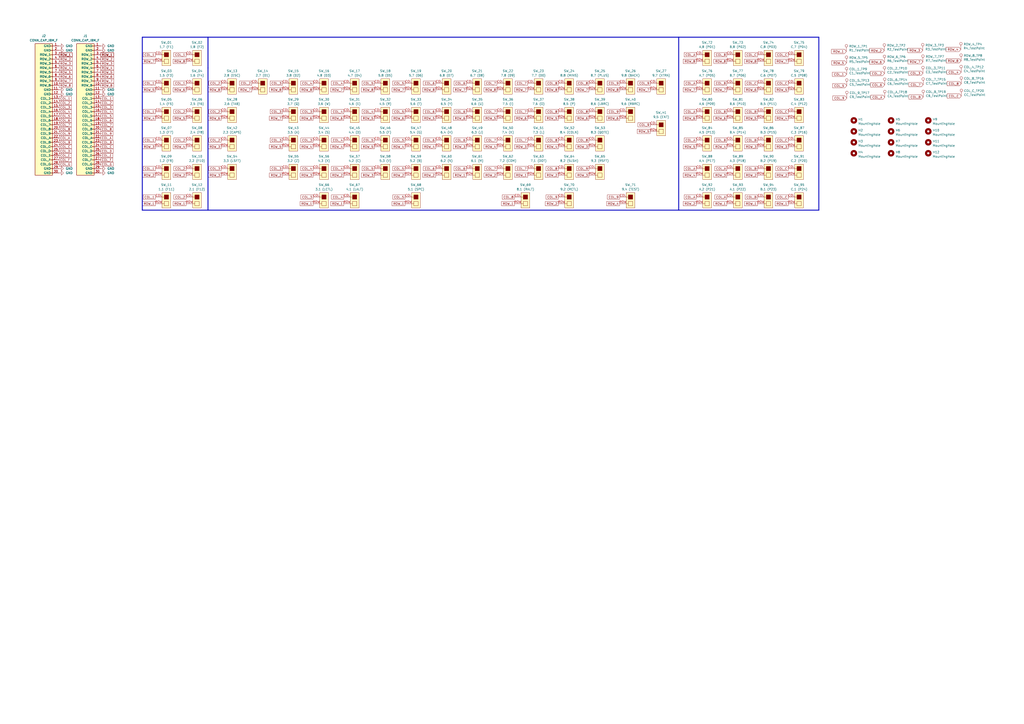
<source format=kicad_sch>
(kicad_sch (version 20220404) (generator eeschema)
  (paper "A2")
  (polyline (pts (xy 120.65 39.37) (xy 120.65 121.92)) (stroke (width 0.508)))
  (polyline (pts (xy 82.55 21.59) (xy 82.55 121.92)) (stroke (width 0.508)))
  (polyline (pts (xy 120.65 21.59) (xy 120.65 39.37)) (stroke (width 0.508)))
  (polyline (pts (xy 82.55 21.59) (xy 474.98 21.59)) (stroke (width 0.508)))
  (polyline (pts (xy 474.98 21.59) (xy 474.98 121.92)) (stroke (width 0.508)))
  (polyline (pts (xy 82.55 121.92) (xy 474.98 121.92)) (stroke (width 0.508)))
  (polyline (pts (xy 393.7 21.59) (xy 393.7 121.92)) (stroke (width 0.508)))
  (global_label "COL_2" (shape passive) (at 107.95 97.79 180) (property "Intersheet References" "${INTERSHEET_REFS}" (effects hide)))
  (global_label "ROW_4" (shape input) (at 557.403 28.6512 180) (property "Intersheet References" "${INTERSHEET_REFS}" (effects hide)))
  (global_label "ROW_4" (shape passive) (at 58.42 39.37 0) (property "Intersheet References" "${INTERSHEET_REFS}" (effects hide)))
  (global_label "COL_B" (shape passive) (at 421.64 81.28 180) (property "Intersheet References" "${INTERSHEET_REFS}" (effects hide)))
  (global_label "COL_A" (shape passive) (at 421.64 97.79 180) (property "Intersheet References" "${INTERSHEET_REFS}" (effects hide)))
  (global_label "COL_9" (shape passive) (at 323.85 114.3 180) (property "Intersheet References" "${INTERSHEET_REFS}" (effects hide)))
  (global_label "COL_7" (shape passive) (at 306.07 97.79 180) (property "Intersheet References" "${INTERSHEET_REFS}" (effects hide)))
  (global_label "COL_A" (shape passive) (at 403.86 81.28 180) (property "Intersheet References" "${INTERSHEET_REFS}" (effects hide)))
  (global_label "COL_7" (shape passive) (at 34.29 72.39 0) (property "Intersheet References" "${INTERSHEET_REFS}" (effects hide)))
  (global_label "ROW_2" (shape passive) (at 107.95 101.6 180) (property "Intersheet References" "${INTERSHEET_REFS}" (effects hide)))
  (global_label "ROW_1" (shape passive) (at 439.42 118.11 180) (property "Intersheet References" "${INTERSHEET_REFS}" (effects hide)))
  (global_label "ROW_3" (shape passive) (at 58.42 36.83 0) (property "Intersheet References" "${INTERSHEET_REFS}" (effects hide)))
  (global_label "COL_5" (shape passive) (at 34.29 67.31 0) (property "Intersheet References" "${INTERSHEET_REFS}" (effects hide)))
  (global_label "ROW_8" (shape passive) (at 163.83 52.07 180) (property "Intersheet References" "${INTERSHEET_REFS}" (effects hide)))
  (global_label "COL_4" (shape input) (at 557.53 41.91 180) (property "Intersheet References" "${INTERSHEET_REFS}" (effects hide)))
  (global_label "ROW_2" (shape passive) (at 323.85 118.11 180) (property "Intersheet References" "${INTERSHEET_REFS}" (effects hide)))
  (global_label "ROW_5" (shape passive) (at 323.85 68.58 180) (property "Intersheet References" "${INTERSHEET_REFS}" (effects hide)))
  (global_label "ROW_3" (shape passive) (at 421.64 101.6 180) (property "Intersheet References" "${INTERSHEET_REFS}" (effects hide)))
  (global_label "ROW_1" (shape passive) (at 421.64 118.11 180) (property "Intersheet References" "${INTERSHEET_REFS}" (effects hide)))
  (global_label "ROW_3" (shape passive) (at 270.51 85.09 180) (property "Intersheet References" "${INTERSHEET_REFS}" (effects hide)))
  (global_label "COL_5" (shape input) (at 491.2106 49.7332 180) (property "Intersheet References" "${INTERSHEET_REFS}" (effects hide)))
  (global_label "COL_B" (shape passive) (at 34.29 82.55 0) (property "Intersheet References" "${INTERSHEET_REFS}" (effects hide)))
  (global_label "COL_9" (shape passive) (at 377.19 48.26 180) (property "Intersheet References" "${INTERSHEET_REFS}" (effects hide)))
  (global_label "COL_7" (shape passive) (at 288.29 64.77 180) (property "Intersheet References" "${INTERSHEET_REFS}" (effects hide)))
  (global_label "COL_C" (shape passive) (at 457.2 48.26 180) (property "Intersheet References" "${INTERSHEET_REFS}" (effects hide)))
  (global_label "ROW_2" (shape passive) (at 34.29 34.29 0) (property "Intersheet References" "${INTERSHEET_REFS}" (effects hide)))
  (global_label "COL_4" (shape passive) (at 199.39 114.3 180) (property "Intersheet References" "${INTERSHEET_REFS}" (effects hide)))
  (global_label "ROW_6" (shape passive) (at 58.42 44.45 0) (property "Intersheet References" "${INTERSHEET_REFS}" (effects hide)))
  (global_label "COL_9" (shape passive) (at 34.29 77.47 0) (property "Intersheet References" "${INTERSHEET_REFS}" (effects hide)))
  (global_label "COL_8" (shape passive) (at 323.85 48.26 180) (property "Intersheet References" "${INTERSHEET_REFS}" (effects hide)))
  (global_label "COL_A" (shape input) (at 513.2578 56.4134 180) (property "Intersheet References" "${INTERSHEET_REFS}" (effects hide)))
  (global_label "ROW_5" (shape passive) (at 163.83 85.09 180) (property "Intersheet References" "${INTERSHEET_REFS}" (effects hide)))
  (global_label "ROW_5" (shape passive) (at 34.29 41.91 0) (property "Intersheet References" "${INTERSHEET_REFS}" (effects hide)))
  (global_label "ROW_3" (shape passive) (at 90.17 85.09 180) (property "Intersheet References" "${INTERSHEET_REFS}" (effects hide)))
  (global_label "COL_6" (shape passive) (at 252.73 48.26 180) (property "Intersheet References" "${INTERSHEET_REFS}" (effects hide)))
  (global_label "COL_3" (shape passive) (at 163.83 97.79 180) (property "Intersheet References" "${INTERSHEET_REFS}" (effects hide)))
  (global_label "COL_2" (shape passive) (at 128.27 48.26 180) (property "Intersheet References" "${INTERSHEET_REFS}" (effects hide)))
  (global_label "COL_8" (shape passive) (at 58.42 74.93 0) (property "Intersheet References" "${INTERSHEET_REFS}" (effects hide)))
  (global_label "ROW_6" (shape input) (at 513.08 35.9918 180) (property "Intersheet References" "${INTERSHEET_REFS}" (effects hide)))
  (global_label "COL_5" (shape passive) (at 58.42 67.31 0) (property "Intersheet References" "${INTERSHEET_REFS}" (effects hide)))
  (global_label "COL_4" (shape passive) (at 199.39 97.79 180) (property "Intersheet References" "${INTERSHEET_REFS}" (effects hide)))
  (global_label "ROW_6" (shape passive) (at 34.29 44.45 0) (property "Intersheet References" "${INTERSHEET_REFS}" (effects hide)))
  (global_label "ROW_5" (shape passive) (at 439.42 68.58 180) (property "Intersheet References" "${INTERSHEET_REFS}" (effects hide)))
  (global_label "COL_B" (shape passive) (at 439.42 114.3 180) (property "Intersheet References" "${INTERSHEET_REFS}" (effects hide)))
  (global_label "COL_5" (shape passive) (at 234.95 97.79 180) (property "Intersheet References" "${INTERSHEET_REFS}" (effects hide)))
  (global_label "ROW_5" (shape passive) (at 377.19 76.2 180) (property "Intersheet References" "${INTERSHEET_REFS}" (effects hide)))
  (global_label "COL_7" (shape passive) (at 306.07 81.28 180) (property "Intersheet References" "${INTERSHEET_REFS}" (effects hide)))
  (global_label "ROW_8" (shape input) (at 557.5046 35.2806 180) (property "Intersheet References" "${INTERSHEET_REFS}" (effects hide)))
  (global_label "ROW_1" (shape passive) (at 298.45 118.11 180) (property "Intersheet References" "${INTERSHEET_REFS}" (effects hide)))
  (global_label "COL_5" (shape passive) (at 234.95 81.28 180) (property "Intersheet References" "${INTERSHEET_REFS}" (effects hide)))
  (global_label "ROW_3" (shape passive) (at 341.63 85.09 180) (property "Intersheet References" "${INTERSHEET_REFS}" (effects hide)))
  (global_label "ROW_8" (shape passive) (at 403.86 35.56 180) (property "Intersheet References" "${INTERSHEET_REFS}" (effects hide)))
  (global_label "COL_9" (shape input) (at 491.2614 56.896 180) (property "Intersheet References" "${INTERSHEET_REFS}" (effects hide)))
  (global_label "ROW_6" (shape passive) (at 270.51 68.58 180) (property "Intersheet References" "${INTERSHEET_REFS}" (effects hide)))
  (global_label "COL_2" (shape passive) (at 58.42 59.69 0) (property "Intersheet References" "${INTERSHEET_REFS}" (effects hide)))
  (global_label "COL_E" (shape passive) (at 34.29 90.17 0) (property "Intersheet References" "${INTERSHEET_REFS}" (effects hide)))
  (global_label "ROW_6" (shape passive) (at 181.61 68.58 180) (property "Intersheet References" "${INTERSHEET_REFS}" (effects hide)))
  (global_label "COL_9" (shape passive) (at 341.63 97.79 180) (property "Intersheet References" "${INTERSHEET_REFS}" (effects hide)))
  (global_label "COL_8" (shape passive) (at 298.45 114.3 180) (property "Intersheet References" "${INTERSHEET_REFS}" (effects hide)))
  (global_label "ROW_8" (shape passive) (at 359.41 52.07 180) (property "Intersheet References" "${INTERSHEET_REFS}" (effects hide)))
  (global_label "COL_1" (shape passive) (at 90.17 81.28 180) (property "Intersheet References" "${INTERSHEET_REFS}" (effects hide)))
  (global_label "ROW_5" (shape passive) (at 58.42 41.91 0) (property "Intersheet References" "${INTERSHEET_REFS}" (effects hide)))
  (global_label "ROW_8" (shape passive) (at 288.29 52.07 180) (property "Intersheet References" "${INTERSHEET_REFS}" (effects hide)))
  (global_label "COL_3" (shape passive) (at 181.61 64.77 180) (property "Intersheet References" "${INTERSHEET_REFS}" (effects hide)))
  (global_label "COL_A" (shape passive) (at 403.86 31.75 180) (property "Intersheet References" "${INTERSHEET_REFS}" (effects hide)))
  (global_label "COL_A" (shape passive) (at 403.86 114.3 180) (property "Intersheet References" "${INTERSHEET_REFS}" (effects hide)))
  (global_label "ROW_7" (shape passive) (at 421.64 52.07 180) (property "Intersheet References" "${INTERSHEET_REFS}" (effects hide)))
  (global_label "ROW_3" (shape passive) (at 457.2 85.09 180) (property "Intersheet References" "${INTERSHEET_REFS}" (effects hide)))
  (global_label "COL_2" (shape passive) (at 128.27 64.77 180) (property "Intersheet References" "${INTERSHEET_REFS}" (effects hide)))
  (global_label "COL_3" (shape passive) (at 163.83 81.28 180) (property "Intersheet References" "${INTERSHEET_REFS}" (effects hide)))
  (global_label "ROW_7" (shape passive) (at 146.05 52.07 180) (property "Intersheet References" "${INTERSHEET_REFS}" (effects hide)))
  (global_label "COL_C" (shape passive) (at 457.2 64.77 180) (property "Intersheet References" "${INTERSHEET_REFS}" (effects hide)))
  (global_label "COL_5" (shape passive) (at 234.95 48.26 180) (property "Intersheet References" "${INTERSHEET_REFS}" (effects hide)))
  (global_label "ROW_8" (shape passive) (at 323.85 52.07 180) (property "Intersheet References" "${INTERSHEET_REFS}" (effects hide)))
  (global_label "ROW_1" (shape passive) (at 234.95 118.11 180) (property "Intersheet References" "${INTERSHEET_REFS}" (effects hide)))
  (global_label "COL_A" (shape passive) (at 403.86 97.79 180) (property "Intersheet References" "${INTERSHEET_REFS}" (effects hide)))
  (global_label "ROW_8" (shape passive) (at 58.42 49.53 0) (property "Intersheet References" "${INTERSHEET_REFS}" (effects hide)))
  (global_label "COL_3" (shape passive) (at 163.83 48.26 180) (property "Intersheet References" "${INTERSHEET_REFS}" (effects hide)))
  (global_label "ROW_6" (shape passive) (at 306.07 68.58 180) (property "Intersheet References" "${INTERSHEET_REFS}" (effects hide)))
  (global_label "ROW_1" (shape passive) (at 181.61 118.11 180) (property "Intersheet References" "${INTERSHEET_REFS}" (effects hide)))
  (global_label "COL_A" (shape passive) (at 34.29 80.01 0) (property "Intersheet References" "${INTERSHEET_REFS}" (effects hide)))
  (global_label "ROW_7" (shape passive) (at 270.51 52.07 180) (property "Intersheet References" "${INTERSHEET_REFS}" (effects hide)))
  (global_label "ROW_7" (shape passive) (at 58.42 46.99 0) (property "Intersheet References" "${INTERSHEET_REFS}" (effects hide)))
  (global_label "ROW_8" (shape passive) (at 128.27 52.07 180) (property "Intersheet References" "${INTERSHEET_REFS}" (effects hide)))
  (global_label "ROW_1" (shape passive) (at 34.29 31.75 0) (property "Intersheet References" "${INTERSHEET_REFS}" (effects hide)))
  (global_label "ROW_6" (shape passive) (at 359.41 68.58 180) (property "Intersheet References" "${INTERSHEET_REFS}" (effects hide)))
  (global_label "ROW_7" (shape passive) (at 34.29 46.99 0) (property "Intersheet References" "${INTERSHEET_REFS}" (effects hide)))
  (global_label "ROW_1" (shape passive) (at 58.42 31.75 0) (property "Intersheet References" "${INTERSHEET_REFS}" (effects hide)))
  (global_label "ROW_7" (shape passive) (at 306.07 52.07 180) (property "Intersheet References" "${INTERSHEET_REFS}" (effects hide)))
  (global_label "COL_A" (shape passive) (at 58.42 80.01 0) (property "Intersheet References" "${INTERSHEET_REFS}" (effects hide)))
  (global_label "COL_6" (shape input) (at 513.207 49.2506 180) (property "Intersheet References" "${INTERSHEET_REFS}" (effects hide)))
  (global_label "COL_4" (shape passive) (at 34.29 64.77 0) (property "Intersheet References" "${INTERSHEET_REFS}" (effects hide)))
  (global_label "COL_8" (shape passive) (at 341.63 48.26 180) (property "Intersheet References" "${INTERSHEET_REFS}" (effects hide)))
  (global_label "ROW_3" (shape input) (at 535.2796 29.2354 180) (property "Intersheet References" "${INTERSHEET_REFS}" (effects hide)))
  (global_label "COL_8" (shape passive) (at 34.29 74.93 0) (property "Intersheet References" "${INTERSHEET_REFS}" (effects hide)))
  (global_label "COL_6" (shape passive) (at 58.42 69.85 0) (property "Intersheet References" "${INTERSHEET_REFS}" (effects hide)))
  (global_label "ROW_4" (shape passive) (at 107.95 85.09 180) (property "Intersheet References" "${INTERSHEET_REFS}" (effects hide)))
  (global_label "COL_B" (shape passive) (at 421.64 31.75 180) (property "Intersheet References" "${INTERSHEET_REFS}" (effects hide)))
  (global_label "COL_7" (shape input) (at 535.5082 49.1236 180) (property "Intersheet References" "${INTERSHEET_REFS}" (effects hide)))
  (global_label "ROW_8" (shape passive) (at 217.17 52.07 180) (property "Intersheet References" "${INTERSHEET_REFS}" (effects hide)))
  (global_label "COL_3" (shape passive) (at 34.29 62.23 0) (property "Intersheet References" "${INTERSHEET_REFS}" (effects hide)))
  (global_label "ROW_6" (shape passive) (at 341.63 68.58 180) (property "Intersheet References" "${INTERSHEET_REFS}" (effects hide)))
  (global_label "COL_1" (shape passive) (at 58.42 57.15 0) (property "Intersheet References" "${INTERSHEET_REFS}" (effects hide)))
  (global_label "ROW_7" (shape passive) (at 457.2 35.56 180) (property "Intersheet References" "${INTERSHEET_REFS}" (effects hide)))
  (global_label "COL_G" (shape passive) (at 58.42 95.25 0) (property "Intersheet References" "${INTERSHEET_REFS}" (effects hide)))
  (global_label "COL_C" (shape passive) (at 439.42 48.26 180) (property "Intersheet References" "${INTERSHEET_REFS}" (effects hide)))
  (global_label "COL_1" (shape passive) (at 90.17 114.3 180) (property "Intersheet References" "${INTERSHEET_REFS}" (effects hide)))
  (global_label "COL_6" (shape passive) (at 252.73 64.77 180) (property "Intersheet References" "${INTERSHEET_REFS}" (effects hide)))
  (global_label "ROW_2" (shape passive) (at 323.85 101.6 180) (property "Intersheet References" "${INTERSHEET_REFS}" (effects hide)))
  (global_label "ROW_7" (shape passive) (at 199.39 52.07 180) (property "Intersheet References" "${INTERSHEET_REFS}" (effects hide)))
  (global_label "COL_3" (shape passive) (at 163.83 64.77 180) (property "Intersheet References" "${INTERSHEET_REFS}" (effects hide)))
  (global_label "COL_6" (shape passive) (at 252.73 81.28 180) (property "Intersheet References" "${INTERSHEET_REFS}" (effects hide)))
  (global_label "COL_4" (shape passive) (at 199.39 64.77 180) (property "Intersheet References" "${INTERSHEET_REFS}" (effects hide)))
  (global_label "COL_C" (shape passive) (at 457.2 97.79 180) (property "Intersheet References" "${INTERSHEET_REFS}" (effects hide)))
  (global_label "COL_8" (shape passive) (at 323.85 64.77 180) (property "Intersheet References" "${INTERSHEET_REFS}" (effects hide)))
  (global_label "COL_B" (shape passive) (at 421.64 64.77 180) (property "Intersheet References" "${INTERSHEET_REFS}" (effects hide)))
  (global_label "COL_8" (shape passive) (at 341.63 64.77 180) (property "Intersheet References" "${INTERSHEET_REFS}" (effects hide)))
  (global_label "ROW_7" (shape passive) (at 341.63 52.07 180) (property "Intersheet References" "${INTERSHEET_REFS}" (effects hide)))
  (global_label "ROW_4" (shape passive) (at 34.29 39.37 0) (property "Intersheet References" "${INTERSHEET_REFS}" (effects hide)))
  (global_label "COL_G" (shape passive) (at 34.29 95.25 0) (property "Intersheet References" "${INTERSHEET_REFS}" (effects hide)))
  (global_label "ROW_6" (shape passive) (at 421.64 68.58 180) (property "Intersheet References" "${INTERSHEET_REFS}" (effects hide)))
  (global_label "COL_B" (shape passive) (at 439.42 64.77 180) (property "Intersheet References" "${INTERSHEET_REFS}" (effects hide)))
  (global_label "ROW_1" (shape input) (at 490.982 29.845 180) (property "Intersheet References" "${INTERSHEET_REFS}" (effects hide)))
  (global_label "ROW_8" (shape passive) (at 439.42 35.56 180) (property "Intersheet References" "${INTERSHEET_REFS}" (effects hide)))
  (global_label "COL_7" (shape passive) (at 288.29 48.26 180) (property "Intersheet References" "${INTERSHEET_REFS}" (effects hide)))
  (global_label "COL_C" (shape passive) (at 457.2 114.3 180) (property "Intersheet References" "${INTERSHEET_REFS}" (effects hide)))
  (global_label "ROW_2" (shape passive) (at 403.86 118.11 180) (property "Intersheet References" "${INTERSHEET_REFS}" (effects hide)))
  (global_label "COL_4" (shape passive) (at 58.42 64.77 0) (property "Intersheet References" "${INTERSHEET_REFS}" (effects hide)))
  (global_label "ROW_7" (shape passive) (at 403.86 52.07 180) (property "Intersheet References" "${INTERSHEET_REFS}" (effects hide)))
  (global_label "COL_2" (shape passive) (at 107.95 64.77 180) (property "Intersheet References" "${INTERSHEET_REFS}" (effects hide)))
  (global_label "ROW_1" (shape passive) (at 457.2 118.11 180) (property "Intersheet References" "${INTERSHEET_REFS}" (effects hide)))
  (global_label "COL_C" (shape passive) (at 34.29 85.09 0) (property "Intersheet References" "${INTERSHEET_REFS}" (effects hide)))
  (global_label "COL_3" (shape passive) (at 181.61 114.3 180) (property "Intersheet References" "${INTERSHEET_REFS}" (effects hide)))
  (global_label "ROW_5" (shape passive) (at 217.17 85.09 180) (property "Intersheet References" "${INTERSHEET_REFS}" (effects hide)))
  (global_label "COL_1" (shape passive) (at 90.17 48.26 180) (property "Intersheet References" "${INTERSHEET_REFS}" (effects hide)))
  (global_label "ROW_2" (shape passive) (at 199.39 101.6 180) (property "Intersheet References" "${INTERSHEET_REFS}" (effects hide)))
  (global_label "COL_4" (shape passive) (at 181.61 48.26 180) (property "Intersheet References" "${INTERSHEET_REFS}" (effects hide)))
  (global_label "COL_8" (shape passive) (at 323.85 97.79 180) (property "Intersheet References" "${INTERSHEET_REFS}" (effects hide)))
  (global_label "COL_B" (shape input) (at 535.559 56.2864 180) (property "Intersheet References" "${INTERSHEET_REFS}" (effects hide)))
  (global_label "COL_E" (shape passive) (at 58.42 90.17 0) (property "Intersheet References" "${INTERSHEET_REFS}" (effects hide)))
  (global_label "COL_C" (shape passive) (at 457.2 31.75 180) (property "Intersheet References" "${INTERSHEET_REFS}" (effects hide)))
  (global_label "ROW_2" (shape passive) (at 234.95 101.6 180) (property "Intersheet References" "${INTERSHEET_REFS}" (effects hide)))
  (global_label "COL_1" (shape input) (at 491.109 43.1038 180) (property "Intersheet References" "${INTERSHEET_REFS}" (effects hide)))
  (global_label "COL_9" (shape passive) (at 359.41 48.26 180) (property "Intersheet References" "${INTERSHEET_REFS}" (effects hide)))
  (global_label "COL_C" (shape passive) (at 58.42 85.09 0) (property "Intersheet References" "${INTERSHEET_REFS}" (effects hide)))
  (global_label "COL_5" (shape passive) (at 234.95 114.3 180) (property "Intersheet References" "${INTERSHEET_REFS}" (effects hide)))
  (global_label "ROW_6" (shape passive) (at 128.27 68.58 180) (property "Intersheet References" "${INTERSHEET_REFS}" (effects hide)))
  (global_label "COL_C" (shape passive) (at 457.2 81.28 180) (property "Intersheet References" "${INTERSHEET_REFS}" (effects hide)))
  (global_label "COL_C" (shape passive) (at 439.42 31.75 180) (property "Intersheet References" "${INTERSHEET_REFS}" (effects hide)))
  (global_label "ROW_3" (shape passive) (at 128.27 85.09 180) (property "Intersheet References" "${INTERSHEET_REFS}" (effects hide)))
  (global_label "ROW_8" (shape passive) (at 421.64 35.56 180) (property "Intersheet References" "${INTERSHEET_REFS}" (effects hide)))
  (global_label "ROW_4" (shape passive) (at 359.41 118.11 180) (property "Intersheet References" "${INTERSHEET_REFS}" (effects hide)))
  (global_label "COL_A" (shape passive) (at 403.86 64.77 180) (property "Intersheet References" "${INTERSHEET_REFS}" (effects hide)))
  (global_label "ROW_2" (shape passive) (at 457.2 101.6 180) (property "Intersheet References" "${INTERSHEET_REFS}" (effects hide)))
  (global_label "COL_7" (shape passive) (at 288.29 81.28 180) (property "Intersheet References" "${INTERSHEET_REFS}" (effects hide)))
  (global_label "ROW_1" (shape passive) (at 90.17 118.11 180) (property "Intersheet References" "${INTERSHEET_REFS}" (effects hide)))
  (global_label "ROW_1" (shape passive) (at 270.51 101.6 180) (property "Intersheet References" "${INTERSHEET_REFS}" (effects hide)))
  (global_label "ROW_4" (shape passive) (at 90.17 68.58 180) (property "Intersheet References" "${INTERSHEET_REFS}" (effects hide)))
  (global_label "ROW_7" (shape passive) (at 234.95 52.07 180) (property "Intersheet References" "${INTERSHEET_REFS}" (effects hide)))
  (global_label "COL_C" (shape input) (at 557.6824 55.7022 180) (property "Intersheet References" "${INTERSHEET_REFS}" (effects hide)))
  (global_label "COL_6" (shape passive) (at 270.51 81.28 180) (property "Intersheet References" "${INTERSHEET_REFS}" (effects hide)))
  (global_label "ROW_4" (shape passive) (at 323.85 85.09 180) (property "Intersheet References" "${INTERSHEET_REFS}" (effects hide)))
  (global_label "ROW_6" (shape passive) (at 107.95 52.07 180) (property "Intersheet References" "${INTERSHEET_REFS}" (effects hide)))
  (global_label "ROW_3" (shape passive) (at 341.63 101.6 180) (property "Intersheet References" "${INTERSHEET_REFS}" (effects hide)))
  (global_label "ROW_2" (shape input) (at 512.9784 29.3624 180) (property "Intersheet References" "${INTERSHEET_REFS}" (effects hide)))
  (global_label "ROW_1" (shape passive) (at 34.29 31.75 0) (property "Intersheet References" "${INTERSHEET_REFS}" (effects hide)))
  (global_label "COL_6" (shape passive) (at 270.51 97.79 180) (property "Intersheet References" "${INTERSHEET_REFS}" (effects hide)))
  (global_label "COL_1" (shape passive) (at 90.17 31.75 180) (property "Intersheet References" "${INTERSHEET_REFS}" (effects hide)))
  (global_label "ROW_4" (shape passive) (at 457.2 68.58 180) (property "Intersheet References" "${INTERSHEET_REFS}" (effects hide)))
  (global_label "COL_6" (shape passive) (at 270.51 48.26 180) (property "Intersheet References" "${INTERSHEET_REFS}" (effects hide)))
  (global_label "COL_9" (shape passive) (at 359.41 64.77 180) (property "Intersheet References" "${INTERSHEET_REFS}" (effects hide)))
  (global_label "ROW_6" (shape passive) (at 439.42 52.07 180) (property "Intersheet References" "${INTERSHEET_REFS}" (effects hide)))
  (global_label "COL_4" (shape passive) (at 199.39 48.26 180) (property "Intersheet References" "${INTERSHEET_REFS}" (effects hide)))
  (global_label "ROW_3" (shape passive) (at 181.61 101.6 180) (property "Intersheet References" "${INTERSHEET_REFS}" (effects hide)))
  (global_label "ROW_5" (shape passive) (at 457.2 52.07 180) (property "Intersheet References" "${INTERSHEET_REFS}" (effects hide)))
  (global_label "COL_5" (shape passive) (at 217.17 97.79 180) (property "Intersheet References" "${INTERSHEET_REFS}" (effects hide)))
  (global_label "ROW_4" (shape passive) (at 421.64 85.09 180) (property "Intersheet References" "${INTERSHEET_REFS}" (effects hide)))
  (global_label "COL_B" (shape passive) (at 421.64 48.26 180) (property "Intersheet References" "${INTERSHEET_REFS}" (effects hide)))
  (global_label "COL_8" (shape passive) (at 341.63 81.28 180) (property "Intersheet References" "${INTERSHEET_REFS}" (effects hide)))
  (global_label "COL_8" (shape input) (at 557.6316 48.5394 180) (property "Intersheet References" "${INTERSHEET_REFS}" (effects hide)))
  (global_label "ROW_3" (shape passive) (at 306.07 85.09 180) (property "Intersheet References" "${INTERSHEET_REFS}" (effects hide)))
  (global_label "COL_B" (shape passive) (at 439.42 81.28 180) (property "Intersheet References" "${INTERSHEET_REFS}" (effects hide)))
  (global_label "ROW_8" (shape passive) (at 107.95 35.56 180) (property "Intersheet References" "${INTERSHEET_REFS}" (effects hide)))
  (global_label "COL_1" (shape passive) (at 90.17 64.77 180) (property "Intersheet References" "${INTERSHEET_REFS}" (effects hide)))
  (global_label "ROW_6" (shape passive) (at 403.86 68.58 180) (property "Intersheet References" "${INTERSHEET_REFS}" (effects hide)))
  (global_label "COL_1" (shape passive) (at 107.95 31.75 180) (property "Intersheet References" "${INTERSHEET_REFS}" (effects hide)))
  (global_label "COL_3" (shape input) (at 535.4066 42.4942 180) (property "Intersheet References" "${INTERSHEET_REFS}" (effects hide)))
  (global_label "ROW_5" (shape passive) (at 217.17 68.58 180) (property "Intersheet References" "${INTERSHEET_REFS}" (effects hide)))
  (global_label "COL_3" (shape passive) (at 128.27 97.79 180) (property "Intersheet References" "${INTERSHEET_REFS}" (effects hide)))
  (global_label "COL_2" (shape passive) (at 128.27 81.28 180) (property "Intersheet References" "${INTERSHEET_REFS}" (effects hide)))
  (global_label "COL_1" (shape passive) (at 34.29 57.15 0) (property "Intersheet References" "${INTERSHEET_REFS}" (effects hide)))
  (global_label "ROW_1" (shape passive) (at 58.42 31.75 0) (property "Intersheet References" "${INTERSHEET_REFS}" (effects hide)))
  (global_label "ROW_2" (shape passive) (at 163.83 101.6 180) (property "Intersheet References" "${INTERSHEET_REFS}" (effects hide)))
  (global_label "ROW_3" (shape passive) (at 128.27 101.6 180) (property "Intersheet References" "${INTERSHEET_REFS}" (effects hide)))
  (global_label "COL_7" (shape passive) (at 306.07 64.77 180) (property "Intersheet References" "${INTERSHEET_REFS}" (effects hide)))
  (global_label "COL_A" (shape passive) (at 421.64 114.3 180) (property "Intersheet References" "${INTERSHEET_REFS}" (effects hide)))
  (global_label "COL_2" (shape input) (at 513.1054 42.6212 180) (property "Intersheet References" "${INTERSHEET_REFS}" (effects hide)))
  (global_label "ROW_1" (shape passive) (at 306.07 101.6 180) (property "Intersheet References" "${INTERSHEET_REFS}" (effects hide)))
  (global_label "COL_5" (shape passive) (at 217.17 48.26 180) (property "Intersheet References" "${INTERSHEET_REFS}" (effects hide)))
  (global_label "ROW_2" (shape passive) (at 288.29 101.6 180) (property "Intersheet References" "${INTERSHEET_REFS}" (effects hide)))
  (global_label "COL_5" (shape passive) (at 234.95 64.77 180) (property "Intersheet References" "${INTERSHEET_REFS}" (effects hide)))
  (global_label "COL_9" (shape passive) (at 377.19 72.39 180) (property "Intersheet References" "${INTERSHEET_REFS}" (effects hide)))
  (global_label "COL_9" (shape passive) (at 58.42 77.47 0) (property "Intersheet References" "${INTERSHEET_REFS}" (effects hide)))
  (global_label "ROW_3" (shape passive) (at 217.17 101.6 180) (property "Intersheet References" "${INTERSHEET_REFS}" (effects hide)))
  (global_label "ROW_5" (shape passive) (at 403.86 85.09 180) (property "Intersheet References" "${INTERSHEET_REFS}" (effects hide)))
  (global_label "COL_4" (shape passive) (at 181.61 97.79 180) (property "Intersheet References" "${INTERSHEET_REFS}" (effects hide)))
  (global_label "ROW_2" (shape passive) (at 90.17 101.6 180) (property "Intersheet References" "${INTERSHEET_REFS}" (effects hide)))
  (global_label "ROW_8" (shape passive) (at 252.73 52.07 180) (property "Intersheet References" "${INTERSHEET_REFS}" (effects hide)))
  (global_label "COL_2" (shape passive) (at 34.29 59.69 0) (property "Intersheet References" "${INTERSHEET_REFS}" (effects hide)))
  (global_label "COL_1" (shape passive) (at 107.95 48.26 180) (property "Intersheet References" "${INTERSHEET_REFS}" (effects hide)))
  (global_label "ROW_1" (shape passive) (at 107.95 118.11 180) (property "Intersheet References" "${INTERSHEET_REFS}" (effects hide)))
  (global_label "ROW_7" (shape passive) (at 163.83 68.58 180) (property "Intersheet References" "${INTERSHEET_REFS}" (effects hide)))
  (global_label "ROW_4" (shape passive) (at 403.86 101.6 180) (property "Intersheet References" "${INTERSHEET_REFS}" (effects hide)))
  (global_label "COL_6" (shape passive) (at 270.51 64.77 180) (property "Intersheet References" "${INTERSHEET_REFS}" (effects hide)))
  (global_label "COL_B" (shape passive) (at 439.42 97.79 180) (property "Intersheet References" "${INTERSHEET_REFS}" (effects hide)))
  (global_label "ROW_2" (shape passive) (at 439.42 101.6 180) (property "Intersheet References" "${INTERSHEET_REFS}" (effects hide)))
  (global_label "ROW_1" (shape passive) (at 199.39 118.11 180) (property "Intersheet References" "${INTERSHEET_REFS}" (effects hide)))
  (global_label "ROW_4" (shape passive) (at 181.61 85.09 180) (property "Intersheet References" "${INTERSHEET_REFS}" (effects hide)))
  (global_label "COL_4" (shape passive) (at 199.39 81.28 180) (property "Intersheet References" "${INTERSHEET_REFS}" (effects hide)))
  (global_label "ROW_5" (shape input) (at 491.0836 36.4744 180) (property "Intersheet References" "${INTERSHEET_REFS}" (effects hide)))
  (global_label "ROW_5" (shape passive) (at 90.17 52.07 180) (property "Intersheet References" "${INTERSHEET_REFS}" (effects hide)))
  (global_label "ROW_3" (shape passive) (at 34.29 36.83 0) (property "Intersheet References" "${INTERSHEET_REFS}" (effects hide)))
  (global_label "ROW_5" (shape passive) (at 252.73 68.58 180) (property "Intersheet References" "${INTERSHEET_REFS}" (effects hide)))
  (global_label "COL_8" (shape passive) (at 323.85 81.28 180) (property "Intersheet References" "${INTERSHEET_REFS}" (effects hide)))
  (global_label "ROW_4" (shape passive) (at 199.39 85.09 180) (property "Intersheet References" "${INTERSHEET_REFS}" (effects hide)))
  (global_label "COL_6" (shape passive) (at 34.29 69.85 0) (property "Intersheet References" "${INTERSHEET_REFS}" (effects hide)))
  (global_label "ROW_5" (shape passive) (at 107.95 68.58 180) (property "Intersheet References" "${INTERSHEET_REFS}" (effects hide)))
  (global_label "ROW_7" (shape passive) (at 377.19 52.07 180) (property "Intersheet References" "${INTERSHEET_REFS}" (effects hide)))
  (global_label "COL_5" (shape passive) (at 217.17 81.28 180) (property "Intersheet References" "${INTERSHEET_REFS}" (effects hide)))
  (global_label "ROW_8" (shape passive) (at 181.61 52.07 180) (property "Intersheet References" "${INTERSHEET_REFS}" (effects hide)))
  (global_label "COL_1" (shape passive) (at 90.17 97.79 180) (property "Intersheet References" "${INTERSHEET_REFS}" (effects hide)))
  (global_label "COL_7" (shape passive) (at 306.07 48.26 180) (property "Intersheet References" "${INTERSHEET_REFS}" (effects hide)))
  (global_label "ROW_4" (shape passive) (at 288.29 85.09 180) (property "Intersheet References" "${INTERSHEET_REFS}" (effects hide)))
  (global_label "ROW_7" (shape passive) (at 90.17 35.56 180) (property "Intersheet References" "${INTERSHEET_REFS}" (effects hide)))
  (global_label "ROW_5" (shape passive) (at 288.29 68.58 180) (property "Intersheet References" "${INTERSHEET_REFS}" (effects hide)))
  (global_label "ROW_7" (shape input) (at 535.3812 35.8648 180) (property "Intersheet References" "${INTERSHEET_REFS}" (effects hide)))
  (global_label "COL_7" (shape passive) (at 58.42 72.39 0) (property "Intersheet References" "${INTERSHEET_REFS}" (effects hide)))
  (global_label "COL_6" (shape passive) (at 252.73 97.79 180) (property "Intersheet References" "${INTERSHEET_REFS}" (effects hide)))
  (global_label "ROW_2" (shape passive) (at 252.73 101.6 180) (property "Intersheet References" "${INTERSHEET_REFS}" (effects hide)))
  (global_label "COL_B" (shape passive) (at 58.42 82.55 0) (property "Intersheet References" "${INTERSHEET_REFS}" (effects hide)))
  (global_label "COL_F" (shape passive) (at 34.29 92.71 0) (property "Intersheet References" "${INTERSHEET_REFS}" (effects hide)))
  (global_label "COL_3" (shape passive) (at 58.42 62.23 0) (property "Intersheet References" "${INTERSHEET_REFS}" (effects hide)))
  (global_label "COL_2" (shape passive) (at 107.95 81.28 180) (property "Intersheet References" "${INTERSHEET_REFS}" (effects hide)))
  (global_label "COL_F" (shape passive) (at 58.42 92.71 0) (property "Intersheet References" "${INTERSHEET_REFS}" (effects hide)))
  (global_label "ROW_4" (shape passive) (at 234.95 85.09 180) (property "Intersheet References" "${INTERSHEET_REFS}" (effects hide)))
  (global_label "ROW_4" (shape passive) (at 252.73 85.09 180) (property "Intersheet References" "${INTERSHEET_REFS}" (effects hide)))
  (global_label "ROW_3" (shape passive) (at 439.42 85.09 180) (property "Intersheet References" "${INTERSHEET_REFS}" (effects hide)))
  (global_label "COL_A" (shape passive) (at 403.86 48.26 180) (property "Intersheet References" "${INTERSHEET_REFS}" (effects hide)))
  (global_label "COL_3" (shape passive) (at 181.61 81.28 180) (property "Intersheet References" "${INTERSHEET_REFS}" (effects hide)))
  (global_label "COL_2" (shape passive) (at 107.95 114.3 180) (property "Intersheet References" "${INTERSHEET_REFS}" (effects hide)))
  (global_label "COL_9" (shape passive) (at 359.41 114.3 180) (property "Intersheet References" "${INTERSHEET_REFS}" (effects hide)))
  (global_label "ROW_6" (shape passive) (at 234.95 68.58 180) (property "Intersheet References" "${INTERSHEET_REFS}" (effects hide)))
  (global_label "COL_2" (shape passive) (at 146.05 48.26 180) (property "Intersheet References" "${INTERSHEET_REFS}" (effects hide)))
  (global_label "COL_D" (shape passive) (at 34.29 87.63 0) (property "Intersheet References" "${INTERSHEET_REFS}" (effects hide)))
  (global_label "COL_D" (shape passive) (at 58.42 87.63 0) (property "Intersheet References" "${INTERSHEET_REFS}" (effects hide)))
  (global_label "COL_4" (shape passive) (at 217.17 64.77 180) (property "Intersheet References" "${INTERSHEET_REFS}" (effects hide)))
  (global_label "ROW_2" (shape passive) (at 58.42 34.29 0) (property "Intersheet References" "${INTERSHEET_REFS}" (effects hide)))
  (global_label "ROW_6" (shape passive) (at 199.39 68.58 180) (property "Intersheet References" "${INTERSHEET_REFS}" (effects hide)))
  (global_label "COL_7" (shape passive) (at 288.29 97.79 180) (property "Intersheet References" "${INTERSHEET_REFS}" (effects hide)))
  (global_label "ROW_8" (shape passive) (at 34.29 49.53 0) (property "Intersheet References" "${INTERSHEET_REFS}" (effects hide)))
  (symbol (lib_id "power:GND") (at 58.42 100.33 90) (unit 1)
    (default_instance (reference "U") (unit 1) (value "") (footprint ""))
    (property "Reference" "#PWR06" (effects hide))
    (property "Value" "GND" (at 62.23 100.33 90) (effects (justify right)))
  )
  (symbol (lib_id "power:GND") (at 58.42 97.79 90) (unit 1)
    (default_instance (reference "U") (unit 1) (value "") (footprint ""))
    (property "Reference" "#PWR05" (effects hide))
    (property "Value" "GND" (at 62.23 97.79 90) (effects (justify right)))
  )
  (symbol (lib_id "power:GND") (at 58.42 54.61 90) (unit 1)
    (default_instance (reference "U") (unit 1) (value "") (footprint ""))
    (property "Reference" "#PWR0107" (effects hide))
    (property "Value" "GND" (at 62.23 54.61 90) (effects (justify right)))
  )
  (symbol (lib_id "power:GND") (at 58.42 29.21 90) (unit 1)
    (default_instance (reference "U") (unit 1) (value "") (footprint ""))
    (property "Reference" "#PWR02" (effects hide))
    (property "Value" "GND" (at 62.23 29.21 90) (effects (justify right)))
  )
  (symbol (lib_id "lib_sch:CONN_CAP_IBM_F") (at 49.53 62.23 0) (mirror y) (unit 1)
    (default_instance (reference "U") (unit 1) (value "") (footprint ""))
    (property "Reference" "J1" (at 49.53 21.59 0) (effects (justify bottom)))
    (property "Value" "CONN_CAP_IBM_F" (at 49.53 24.13 0) (effects (justify bottom)))
    (property "Footprint" "lib_fp:CONN_CAP_IBM_F" (effects hide))
  )
  (symbol (lib_id "BeamSymbol:SW_CAP_IBM_B") (at 410.21 48.26 0) (unit 1)
    (default_instance (reference "U") (unit 1) (value "") (footprint ""))
    (property "Reference" "SW_76" (at 410.21 41.91 0) (effects (justify bottom)))
    (property "Value" "A,7 (P05)" (at 410.21 44.45 0) (effects (justify bottom)))
    (property "Footprint" "lib_fp:SW_CAP_IBM_B" (effects hide))
  )
  (symbol (lib_id "BeamSymbol:SW_CAP_IBM_B") (at 427.99 48.26 0) (unit 1)
    (default_instance (reference "U") (unit 1) (value "") (footprint ""))
    (property "Reference" "SW_77" (at 427.99 41.91 0) (effects (justify bottom)))
    (property "Value" "B,7 (P06)" (at 427.99 44.45 0) (effects (justify bottom)))
    (property "Footprint" "lib_fp:SW_CAP_IBM_B" (effects hide))
  )
  (symbol (lib_id "BeamSymbol:SW_CAP_IBM_B") (at 445.77 48.26 0) (unit 1)
    (default_instance (reference "U") (unit 1) (value "") (footprint ""))
    (property "Reference" "SW_78" (at 445.77 41.91 0) (effects (justify bottom)))
    (property "Value" "C,6 (P07)" (at 445.77 44.45 0) (effects (justify bottom)))
    (property "Footprint" "lib_fp:SW_CAP_IBM_B" (effects hide))
  )
  (symbol (lib_id "BeamSymbol:SW_CAP_IBM_B") (at 463.55 48.26 0) (unit 1)
    (default_instance (reference "U") (unit 1) (value "") (footprint ""))
    (property "Reference" "SW_79" (at 463.55 41.91 0) (effects (justify bottom)))
    (property "Value" "C,5 (P08)" (at 463.55 44.45 0) (effects (justify bottom)))
    (property "Footprint" "lib_fp:SW_CAP_IBM_B" (effects hide))
  )
  (symbol (lib_id "BeamSymbol:SW_CAP_IBM_B") (at 410.21 64.77 0) (unit 1)
    (default_instance (reference "U") (unit 1) (value "") (footprint ""))
    (property "Reference" "SW_80" (at 410.21 58.42 0) (effects (justify bottom)))
    (property "Value" "A,6 (P09)" (at 410.21 60.96 0) (effects (justify bottom)))
    (property "Footprint" "lib_fp:SW_CAP_IBM_B" (effects hide))
  )
  (symbol (lib_id "BeamSymbol:SW_CAP_IBM_B") (at 427.99 64.77 0) (unit 1)
    (default_instance (reference "U") (unit 1) (value "") (footprint ""))
    (property "Reference" "SW_81" (at 427.99 58.42 0) (effects (justify bottom)))
    (property "Value" "B,6 (P10)" (at 427.99 60.96 0) (effects (justify bottom)))
    (property "Footprint" "lib_fp:SW_CAP_IBM_B" (effects hide))
  )
  (symbol (lib_id "BeamSymbol:SW_CAP_IBM_B") (at 445.77 64.77 0) (unit 1)
    (default_instance (reference "U") (unit 1) (value "") (footprint ""))
    (property "Reference" "SW_82" (at 445.77 58.42 0) (effects (justify bottom)))
    (property "Value" " B,5 (P11)" (at 445.77 60.96 0) (effects (justify bottom)))
    (property "Footprint" "lib_fp:SW_CAP_IBM_B" (effects hide))
  )
  (symbol (lib_id "BeamSymbol:SW_CAP_IBM_B") (at 463.55 64.77 0) (unit 1)
    (default_instance (reference "U") (unit 1) (value "") (footprint ""))
    (property "Reference" "SW_83" (at 463.55 58.42 0) (effects (justify bottom)))
    (property "Value" "C,4 (P12)" (at 463.55 60.96 0) (effects (justify bottom)))
    (property "Footprint" "lib_fp:SW_CAP_IBM_B" (effects hide))
  )
  (symbol (lib_id "BeamSymbol:SW_CAP_IBM_B") (at 410.21 81.28 0) (unit 1)
    (default_instance (reference "U") (unit 1) (value "") (footprint ""))
    (property "Reference" "SW_84" (at 410.21 74.93 0) (effects (justify bottom)))
    (property "Value" "A,5 (P13)" (at 410.21 77.47 0) (effects (justify bottom)))
    (property "Footprint" "lib_fp:SW_CAP_IBM_B" (effects hide))
  )
  (symbol (lib_id "BeamSymbol:SW_CAP_IBM_B") (at 427.99 81.28 0) (unit 1)
    (default_instance (reference "U") (unit 1) (value "") (footprint ""))
    (property "Reference" "SW_85" (at 427.99 74.93 0) (effects (justify bottom)))
    (property "Value" "B,4 (P14)" (at 427.99 77.47 0) (effects (justify bottom)))
    (property "Footprint" "lib_fp:SW_CAP_IBM_B" (effects hide))
  )
  (symbol (lib_id "BeamSymbol:SW_CAP_IBM_B") (at 445.77 81.28 0) (unit 1)
    (default_instance (reference "U") (unit 1) (value "") (footprint ""))
    (property "Reference" "SW_86" (at 445.77 74.93 0) (effects (justify bottom)))
    (property "Value" "B,3 (P15)" (at 445.77 77.47 0) (effects (justify bottom)))
    (property "Footprint" "lib_fp:SW_CAP_IBM_B" (effects hide))
  )
  (symbol (lib_id "BeamSymbol:SW_CAP_IBM_B") (at 463.55 81.28 0) (unit 1)
    (default_instance (reference "U") (unit 1) (value "") (footprint ""))
    (property "Reference" "SW_87" (at 463.55 74.93 0) (effects (justify bottom)))
    (property "Value" "C,3 (P16)" (at 463.55 77.47 0) (effects (justify bottom)))
    (property "Footprint" "lib_fp:SW_CAP_IBM_B" (effects hide))
  )
  (symbol (lib_id "BeamSymbol:SW_CAP_IBM_B") (at 410.21 97.79 0) (unit 1)
    (default_instance (reference "U") (unit 1) (value "") (footprint ""))
    (property "Reference" "SW_88" (at 410.21 91.44 0) (effects (justify bottom)))
    (property "Value" "A,4 (P17)" (at 410.21 93.98 0) (effects (justify bottom)))
    (property "Footprint" "lib_fp:SW_CAP_IBM_B" (effects hide))
  )
  (symbol (lib_id "BeamSymbol:SW_CAP_IBM_B") (at 427.99 97.79 0) (unit 1)
    (default_instance (reference "U") (unit 1) (value "") (footprint ""))
    (property "Reference" "SW_89" (at 427.99 91.44 0) (effects (justify bottom)))
    (property "Value" "A,3 (P18)" (at 427.99 93.98 0) (effects (justify bottom)))
    (property "Footprint" "lib_fp:SW_CAP_IBM_B" (effects hide))
  )
  (symbol (lib_id "BeamSymbol:SW_CAP_IBM_B") (at 445.77 97.79 0) (unit 1)
    (default_instance (reference "U") (unit 1) (value "") (footprint ""))
    (property "Reference" "SW_90" (at 445.77 91.44 0) (effects (justify bottom)))
    (property "Value" "B,2 (P19)" (at 445.77 93.98 0) (effects (justify bottom)))
    (property "Footprint" "lib_fp:SW_CAP_IBM_B" (effects hide))
  )
  (symbol (lib_id "BeamSymbol:SW_CAP_IBM_B") (at 463.55 97.79 0) (unit 1)
    (default_instance (reference "U") (unit 1) (value "") (footprint ""))
    (property "Reference" "SW_91" (at 463.55 91.44 0) (effects (justify bottom)))
    (property "Value" "C,2 (P20)" (at 463.55 93.98 0) (effects (justify bottom)))
    (property "Footprint" "lib_fp:SW_CAP_IBM_B" (effects hide))
  )
  (symbol (lib_id "BeamSymbol:SW_CAP_IBM_B") (at 410.21 114.3 0) (unit 1)
    (default_instance (reference "U") (unit 1) (value "") (footprint ""))
    (property "Reference" "SW_92" (at 410.21 107.95 0) (effects (justify bottom)))
    (property "Value" "A,2 (P21)" (at 410.21 110.49 0) (effects (justify bottom)))
    (property "Footprint" "lib_fp:SW_CAP_IBM_B" (effects hide))
  )
  (symbol (lib_id "BeamSymbol:SW_CAP_IBM_B") (at 427.99 114.3 0) (unit 1)
    (default_instance (reference "U") (unit 1) (value "") (footprint ""))
    (property "Reference" "SW_93" (at 427.99 107.95 0) (effects (justify bottom)))
    (property "Value" "A,1 (P22)" (at 427.99 110.49 0) (effects (justify bottom)))
    (property "Footprint" "lib_fp:SW_CAP_IBM_B" (effects hide))
  )
  (symbol (lib_id "BeamSymbol:SW_CAP_IBM_B") (at 445.77 114.3 0) (unit 1)
    (default_instance (reference "U") (unit 1) (value "") (footprint ""))
    (property "Reference" "SW_94" (at 445.77 107.95 0) (effects (justify bottom)))
    (property "Value" "B,1 (P23)" (at 445.77 110.49 0) (effects (justify bottom)))
    (property "Footprint" "lib_fp:SW_CAP_IBM_B" (effects hide))
  )
  (symbol (lib_id "BeamSymbol:SW_CAP_IBM_B") (at 463.55 114.3 0) (unit 1)
    (default_instance (reference "U") (unit 1) (value "") (footprint ""))
    (property "Reference" "SW_95" (at 463.55 107.95 0) (effects (justify bottom)))
    (property "Value" "C,1 (P24)" (at 463.55 110.49 0) (effects (justify bottom)))
    (property "Footprint" "lib_fp:SW_CAP_IBM_B" (effects hide))
  )
  (symbol (lib_id "BeamSymbol:SW_CAP_IBM_B") (at 96.52 48.26 0) (unit 1)
    (default_instance (reference "U") (unit 1) (value "") (footprint ""))
    (property "Reference" "SW_03" (at 96.52 41.91 0) (effects (justify bottom)))
    (property "Value" "1,5 (F3)" (at 96.52 44.45 0) (effects (justify bottom)))
    (property "Footprint" "lib_fp:SW_CAP_IBM_B" (effects hide))
  )
  (symbol (lib_id "BeamSymbol:SW_CAP_IBM_B") (at 114.3 48.26 0) (unit 1)
    (default_instance (reference "U") (unit 1) (value "") (footprint ""))
    (property "Reference" "SW_04" (at 114.3 41.91 0) (effects (justify bottom)))
    (property "Value" "1,6 (F4)" (at 114.3 44.45 0) (effects (justify bottom)))
    (property "Footprint" "lib_fp:SW_CAP_IBM_B" (effects hide))
  )
  (symbol (lib_id "BeamSymbol:SW_CAP_IBM_B") (at 96.52 64.77 0) (unit 1)
    (default_instance (reference "U") (unit 1) (value "") (footprint ""))
    (property "Reference" "SW_05" (at 96.52 58.42 0) (effects (justify bottom)))
    (property "Value" "1,4 (F5)" (at 96.52 60.96 0) (effects (justify bottom)))
    (property "Footprint" "lib_fp:SW_CAP_IBM_B" (effects hide))
  )
  (symbol (lib_id "BeamSymbol:SW_CAP_IBM_B") (at 114.3 64.77 0) (unit 1)
    (default_instance (reference "U") (unit 1) (value "") (footprint ""))
    (property "Reference" "SW_06" (at 114.3 58.42 0) (effects (justify bottom)))
    (property "Value" "2,5 (F6)" (at 114.3 60.96 0) (effects (justify bottom)))
    (property "Footprint" "lib_fp:SW_CAP_IBM_B" (effects hide))
  )
  (symbol (lib_id "BeamSymbol:SW_CAP_IBM_B") (at 96.52 81.28 0) (unit 1)
    (default_instance (reference "U") (unit 1) (value "") (footprint ""))
    (property "Reference" "SW_07" (at 96.52 74.93 0) (effects (justify bottom)))
    (property "Value" "1,3 (F7)" (at 96.52 77.47 0) (effects (justify bottom)))
    (property "Footprint" "lib_fp:SW_CAP_IBM_B" (effects hide))
  )
  (symbol (lib_id "BeamSymbol:SW_CAP_IBM_B") (at 114.3 81.28 0) (unit 1)
    (default_instance (reference "U") (unit 1) (value "") (footprint ""))
    (property "Reference" "SW_08" (at 114.3 74.93 0) (effects (justify bottom)))
    (property "Value" "2,4 (F8)" (at 114.3 77.47 0) (effects (justify bottom)))
    (property "Footprint" "lib_fp:SW_CAP_IBM_B" (effects hide))
  )
  (symbol (lib_id "BeamSymbol:SW_CAP_IBM_B") (at 96.52 97.79 0) (unit 1)
    (default_instance (reference "U") (unit 1) (value "") (footprint ""))
    (property "Reference" "SW_09" (at 96.52 91.44 0) (effects (justify bottom)))
    (property "Value" "1,2 (F9)" (at 96.52 93.98 0) (effects (justify bottom)))
    (property "Footprint" "lib_fp:SW_CAP_IBM_B" (effects hide))
  )
  (symbol (lib_id "BeamSymbol:SW_CAP_IBM_B") (at 114.3 97.79 0) (unit 1)
    (default_instance (reference "U") (unit 1) (value "") (footprint ""))
    (property "Reference" "SW_10" (at 114.3 91.44 0) (effects (justify bottom)))
    (property "Value" "2,2 (F10)" (at 114.3 93.98 0) (effects (justify bottom)))
    (property "Footprint" "lib_fp:SW_CAP_IBM_B" (effects hide))
  )
  (symbol (lib_id "BeamSymbol:SW_CAP_IBM_B") (at 96.52 114.3 0) (unit 1)
    (default_instance (reference "U") (unit 1) (value "") (footprint ""))
    (property "Reference" "SW_11" (at 96.52 107.95 0) (effects (justify bottom)))
    (property "Value" "1,1 (F11)" (at 96.52 110.49 0) (effects (justify bottom)))
    (property "Footprint" "lib_fp:SW_CAP_IBM_B" (effects hide))
  )
  (symbol (lib_id "BeamSymbol:SW_CAP_IBM_B") (at 114.3 114.3 0) (unit 1)
    (default_instance (reference "U") (unit 1) (value "") (footprint ""))
    (property "Reference" "SW_12" (at 114.3 107.95 0) (effects (justify bottom)))
    (property "Value" "2,1 (F12)" (at 114.3 110.49 0) (effects (justify bottom)))
    (property "Footprint" "lib_fp:SW_CAP_IBM_B" (effects hide))
  )
  (symbol (lib_id "BeamSymbol:SW_CAP_IBM_B") (at 347.98 48.26 0) (unit 1)
    (default_instance (reference "U") (unit 1) (value "") (footprint ""))
    (property "Reference" "SW_25" (at 347.98 41.91 0) (effects (justify bottom)))
    (property "Value" "8,7 (PLUS)" (at 347.98 44.45 0) (effects (justify bottom)))
    (property "Footprint" "lib_fp:SW_CAP_IBM_B" (effects hide))
  )
  (symbol (lib_id "BeamSymbol:SW_CAP_IBM_B") (at 330.2 48.26 0) (unit 1)
    (default_instance (reference "U") (unit 1) (value "") (footprint ""))
    (property "Reference" "SW_24" (at 330.2 41.91 0) (effects (justify bottom)))
    (property "Value" "8,8 (MINS)" (at 330.2 44.45 0) (effects (justify bottom)))
    (property "Footprint" "lib_fp:SW_CAP_IBM_B" (effects hide))
  )
  (symbol (lib_id "BeamSymbol:SW_CAP_IBM_B") (at 312.42 48.26 0) (unit 1)
    (default_instance (reference "U") (unit 1) (value "") (footprint ""))
    (property "Reference" "SW_23" (at 312.42 41.91 0) (effects (justify bottom)))
    (property "Value" "7,7 (00)" (at 312.42 44.45 0) (effects (justify bottom)))
    (property "Footprint" "lib_fp:SW_CAP_IBM_B" (effects hide))
  )
  (symbol (lib_id "BeamSymbol:SW_CAP_IBM_B") (at 294.64 48.26 0) (unit 1)
    (default_instance (reference "U") (unit 1) (value "") (footprint ""))
    (property "Reference" "SW_22" (at 294.64 41.91 0) (effects (justify bottom)))
    (property "Value" "7,8 (09)" (at 294.64 44.45 0) (effects (justify bottom)))
    (property "Footprint" "lib_fp:SW_CAP_IBM_B" (effects hide))
  )
  (symbol (lib_id "BeamSymbol:SW_CAP_IBM_B") (at 276.86 48.26 0) (unit 1)
    (default_instance (reference "U") (unit 1) (value "") (footprint ""))
    (property "Reference" "SW_21" (at 276.86 41.91 0) (effects (justify bottom)))
    (property "Value" "6,7 (08)" (at 276.86 44.45 0) (effects (justify bottom)))
    (property "Footprint" "lib_fp:SW_CAP_IBM_B" (effects hide))
  )
  (symbol (lib_id "BeamSymbol:SW_CAP_IBM_B") (at 259.08 48.26 0) (unit 1)
    (default_instance (reference "U") (unit 1) (value "") (footprint ""))
    (property "Reference" "SW_20" (at 259.08 41.91 0) (effects (justify bottom)))
    (property "Value" "6,8 (07)" (at 259.08 44.45 0) (effects (justify bottom)))
    (property "Footprint" "lib_fp:SW_CAP_IBM_B" (effects hide))
  )
  (symbol (lib_id "BeamSymbol:SW_CAP_IBM_B") (at 241.3 48.26 0) (unit 1)
    (default_instance (reference "U") (unit 1) (value "") (footprint ""))
    (property "Reference" "SW_19" (at 241.3 41.91 0) (effects (justify bottom)))
    (property "Value" "5,7 (06)" (at 241.3 44.45 0) (effects (justify bottom)))
    (property "Footprint" "lib_fp:SW_CAP_IBM_B" (effects hide))
  )
  (symbol (lib_id "BeamSymbol:SW_CAP_IBM_B") (at 223.52 48.26 0) (unit 1)
    (default_instance (reference "U") (unit 1) (value "") (footprint ""))
    (property "Reference" "SW_18" (at 223.52 41.91 0) (effects (justify bottom)))
    (property "Value" "5,8 (05)" (at 223.52 44.45 0) (effects (justify bottom)))
    (property "Footprint" "lib_fp:SW_CAP_IBM_B" (effects hide))
  )
  (symbol (lib_id "BeamSymbol:SW_CAP_IBM_B") (at 205.74 48.26 0) (unit 1)
    (default_instance (reference "U") (unit 1) (value "") (footprint ""))
    (property "Reference" "SW_17" (at 205.74 41.91 0) (effects (justify bottom)))
    (property "Value" "4,7 (04)" (at 205.74 44.45 0) (effects (justify bottom)))
    (property "Footprint" "lib_fp:SW_CAP_IBM_B" (effects hide))
  )
  (symbol (lib_id "BeamSymbol:SW_CAP_IBM_B") (at 170.18 48.26 0) (unit 1)
    (default_instance (reference "U") (unit 1) (value "") (footprint ""))
    (property "Reference" "SW_15" (at 170.18 41.91 0) (effects (justify bottom)))
    (property "Value" "3,8 (02)" (at 170.18 44.45 0) (effects (justify bottom)))
    (property "Footprint" "lib_fp:SW_CAP_IBM_B" (effects hide))
  )
  (symbol (lib_id "BeamSymbol:SW_CAP_IBM_B") (at 152.4 48.26 0) (unit 1)
    (default_instance (reference "U") (unit 1) (value "") (footprint ""))
    (property "Reference" "SW_14" (at 152.4 41.91 0) (effects (justify bottom)))
    (property "Value" "2,7 (01)" (at 152.4 44.45 0) (effects (justify bottom)))
    (property "Footprint" "lib_fp:SW_CAP_IBM_B" (effects hide))
  )
  (symbol (lib_id "BeamSymbol:SW_CAP_IBM_B") (at 383.54 48.26 0) (unit 1)
    (default_instance (reference "U") (unit 1) (value "") (footprint ""))
    (property "Reference" "SW_27" (at 383.54 41.91 0) (effects (justify bottom)))
    (property "Value" "9,7 (XTRA)" (at 383.54 44.45 0) (effects (justify bottom)))
    (property "Footprint" "lib_fp:SW_CAP_IBM_B" (effects hide))
  )
  (symbol (lib_id "BeamSymbol:SW_CAP_IBM_B") (at 365.76 48.26 0) (unit 1)
    (default_instance (reference "U") (unit 1) (value "") (footprint ""))
    (property "Reference" "SW_26" (at 365.76 41.91 0) (effects (justify bottom)))
    (property "Value" "9,8 (BACK)" (at 365.76 44.45 0) (effects (justify bottom)))
    (property "Footprint" "lib_fp:SW_CAP_IBM_B" (effects hide))
  )
  (symbol (lib_id "BeamSymbol:SW_CAP_IBM_B") (at 347.98 64.77 0) (unit 1)
    (default_instance (reference "U") (unit 1) (value "") (footprint ""))
    (property "Reference" "SW_39" (at 347.98 58.42 0) (effects (justify bottom)))
    (property "Value" "8,6 (LBRC)" (at 347.98 60.96 0) (effects (justify bottom)))
    (property "Footprint" "lib_fp:SW_CAP_IBM_B" (effects hide))
  )
  (symbol (lib_id "BeamSymbol:SW_CAP_IBM_B") (at 330.2 64.77 0) (unit 1)
    (default_instance (reference "U") (unit 1) (value "") (footprint ""))
    (property "Reference" "SW_38" (at 330.2 58.42 0) (effects (justify bottom)))
    (property "Value" "8,5 (P)" (at 330.2 60.96 0) (effects (justify bottom)))
    (property "Footprint" "lib_fp:SW_CAP_IBM_B" (effects hide))
  )
  (symbol (lib_id "BeamSymbol:SW_CAP_IBM_B") (at 312.42 64.77 0) (unit 1)
    (default_instance (reference "U") (unit 1) (value "") (footprint ""))
    (property "Reference" "SW_37" (at 312.42 58.42 0) (effects (justify bottom)))
    (property "Value" "7,6 (O)" (at 312.42 60.96 0) (effects (justify bottom)))
    (property "Footprint" "lib_fp:SW_CAP_IBM_B" (effects hide))
  )
  (symbol (lib_id "BeamSymbol:SW_CAP_IBM_B") (at 294.64 64.77 0) (unit 1)
    (default_instance (reference "U") (unit 1) (value "") (footprint ""))
    (property "Reference" "SW_36" (at 294.64 58.42 0) (effects (justify bottom)))
    (property "Value" "7,5 (I)" (at 294.64 60.96 0) (effects (justify bottom)))
    (property "Footprint" "lib_fp:SW_CAP_IBM_B" (effects hide))
  )
  (symbol (lib_id "BeamSymbol:SW_CAP_IBM_B") (at 276.86 64.77 0) (unit 1)
    (default_instance (reference "U") (unit 1) (value "") (footprint ""))
    (property "Reference" "SW_35" (at 276.86 58.42 0) (effects (justify bottom)))
    (property "Value" "6,6 (U)" (at 276.86 60.96 0) (effects (justify bottom)))
    (property "Footprint" "lib_fp:SW_CAP_IBM_B" (effects hide))
  )
  (symbol (lib_id "BeamSymbol:SW_CAP_IBM_B") (at 259.08 64.77 0) (unit 1)
    (default_instance (reference "U") (unit 1) (value "") (footprint ""))
    (property "Reference" "SW_34" (at 259.08 58.42 0) (effects (justify bottom)))
    (property "Value" "6,5 (Y)" (at 259.08 60.96 0) (effects (justify bottom)))
    (property "Footprint" "lib_fp:SW_CAP_IBM_B" (effects hide))
  )
  (symbol (lib_id "BeamSymbol:SW_CAP_IBM_B") (at 241.3 64.77 0) (unit 1)
    (default_instance (reference "U") (unit 1) (value "") (footprint ""))
    (property "Reference" "SW_33" (at 241.3 58.42 0) (effects (justify bottom)))
    (property "Value" "5,6 (T)" (at 241.3 60.96 0) (effects (justify bottom)))
    (property "Footprint" "lib_fp:SW_CAP_IBM_B" (effects hide))
  )
  (symbol (lib_id "BeamSymbol:SW_CAP_IBM_B") (at 223.52 64.77 0) (unit 1)
    (default_instance (reference "U") (unit 1) (value "") (footprint ""))
    (property "Reference" "SW_32" (at 223.52 58.42 0) (effects (justify bottom)))
    (property "Value" "4,5 (R)" (at 223.52 60.96 0) (effects (justify bottom)))
    (property "Footprint" "lib_fp:SW_CAP_IBM_B" (effects hide))
  )
  (symbol (lib_id "BeamSymbol:SW_CAP_IBM_B") (at 205.74 64.77 0) (unit 1)
    (default_instance (reference "U") (unit 1) (value "") (footprint ""))
    (property "Reference" "SW_31" (at 205.74 58.42 0) (effects (justify bottom)))
    (property "Value" "4,6 (E)" (at 205.74 60.96 0) (effects (justify bottom)))
    (property "Footprint" "lib_fp:SW_CAP_IBM_B" (effects hide))
  )
  (symbol (lib_id "BeamSymbol:SW_CAP_IBM_B") (at 187.96 64.77 0) (unit 1)
    (default_instance (reference "U") (unit 1) (value "") (footprint ""))
    (property "Reference" "SW_30" (at 187.96 58.42 0) (effects (justify bottom)))
    (property "Value" "3,6 (W)" (at 187.96 60.96 0) (effects (justify bottom)))
    (property "Footprint" "lib_fp:SW_CAP_IBM_B" (effects hide))
  )
  (symbol (lib_id "BeamSymbol:SW_CAP_IBM_B") (at 170.18 64.77 0) (unit 1)
    (default_instance (reference "U") (unit 1) (value "") (footprint ""))
    (property "Reference" "SW_29" (at 170.18 58.42 0) (effects (justify bottom)))
    (property "Value" "3,7 (Q)" (at 170.18 60.96 0) (effects (justify bottom)))
    (property "Footprint" "lib_fp:SW_CAP_IBM_B" (effects hide))
  )
  (symbol (lib_id "BeamSymbol:SW_CAP_IBM_B") (at 134.62 64.77 0) (unit 1)
    (default_instance (reference "U") (unit 1) (value "") (footprint ""))
    (property "Reference" "SW_28" (at 134.62 58.42 0) (effects (justify bottom)))
    (property "Value" "2,6 (TAB)" (at 134.62 60.96 0) (effects (justify bottom)))
    (property "Footprint" "lib_fp:SW_CAP_IBM_B" (effects hide))
  )
  (symbol (lib_id "BeamSymbol:SW_CAP_IBM_B") (at 383.54 72.39 0) (unit 1)
    (default_instance (reference "U") (unit 1) (value "") (footprint ""))
    (property "Reference" "SW_41" (at 383.54 66.04 0) (effects (justify bottom)))
    (property "Value" "9,5 (ENT)" (at 383.54 68.58 0) (effects (justify bottom)))
    (property "Footprint" "lib_fp:SW_CAP_IBM_B" (effects hide))
  )
  (symbol (lib_id "BeamSymbol:SW_CAP_IBM_B") (at 365.76 64.77 0) (unit 1)
    (default_instance (reference "U") (unit 1) (value "") (footprint ""))
    (property "Reference" "SW_40" (at 365.76 58.42 0) (effects (justify bottom)))
    (property "Value" "9,6 (RBRC)" (at 365.76 60.96 0) (effects (justify bottom)))
    (property "Footprint" "lib_fp:SW_CAP_IBM_B" (effects hide))
  )
  (symbol (lib_id "BeamSymbol:SW_CAP_IBM_B") (at 347.98 81.28 0) (unit 1)
    (default_instance (reference "U") (unit 1) (value "") (footprint ""))
    (property "Reference" "SW_53" (at 347.98 74.93 0) (effects (justify bottom)))
    (property "Value" "8,3 (QOTE)" (at 347.98 77.47 0) (effects (justify bottom)))
    (property "Footprint" "lib_fp:SW_CAP_IBM_B" (effects hide))
  )
  (symbol (lib_id "BeamSymbol:SW_CAP_IBM_B") (at 330.2 81.28 0) (unit 1)
    (default_instance (reference "U") (unit 1) (value "") (footprint ""))
    (property "Reference" "SW_52" (at 330.2 74.93 0) (effects (justify bottom)))
    (property "Value" "8,4 (COLN)" (at 330.2 77.47 0) (effects (justify bottom)))
    (property "Footprint" "lib_fp:SW_CAP_IBM_B" (effects hide))
  )
  (symbol (lib_id "BeamSymbol:SW_CAP_IBM_B") (at 312.42 81.28 0) (unit 1)
    (default_instance (reference "U") (unit 1) (value "") (footprint ""))
    (property "Reference" "SW_51" (at 312.42 74.93 0) (effects (justify bottom)))
    (property "Value" "7,3 (L)" (at 312.42 77.47 0) (effects (justify bottom)))
    (property "Footprint" "lib_fp:SW_CAP_IBM_B" (effects hide))
  )
  (symbol (lib_id "BeamSymbol:SW_CAP_IBM_B") (at 294.64 81.28 0) (unit 1)
    (default_instance (reference "U") (unit 1) (value "") (footprint ""))
    (property "Reference" "SW_50" (at 294.64 74.93 0) (effects (justify bottom)))
    (property "Value" "7,4 (K)" (at 294.64 77.47 0) (effects (justify bottom)))
    (property "Footprint" "lib_fp:SW_CAP_IBM_B" (effects hide))
  )
  (symbol (lib_id "BeamSymbol:SW_CAP_IBM_B") (at 276.86 81.28 0) (unit 1)
    (default_instance (reference "U") (unit 1) (value "") (footprint ""))
    (property "Reference" "SW_49" (at 276.86 74.93 0) (effects (justify bottom)))
    (property "Value" "6,3 (J)" (at 276.86 77.47 0) (effects (justify bottom)))
    (property "Footprint" "lib_fp:SW_CAP_IBM_B" (effects hide))
  )
  (symbol (lib_id "BeamSymbol:SW_CAP_IBM_B") (at 259.08 81.28 0) (unit 1)
    (default_instance (reference "U") (unit 1) (value "") (footprint ""))
    (property "Reference" "SW_48" (at 259.08 74.93 0) (effects (justify bottom)))
    (property "Value" "6,4 (H)" (at 259.08 77.47 0) (effects (justify bottom)))
    (property "Footprint" "lib_fp:SW_CAP_IBM_B" (effects hide))
  )
  (symbol (lib_id "BeamSymbol:SW_CAP_IBM_B") (at 241.3 81.28 0) (unit 1)
    (default_instance (reference "U") (unit 1) (value "") (footprint ""))
    (property "Reference" "SW_47" (at 241.3 74.93 0) (effects (justify bottom)))
    (property "Value" "5,4 (G)" (at 241.3 77.47 0) (effects (justify bottom)))
    (property "Footprint" "lib_fp:SW_CAP_IBM_B" (effects hide))
  )
  (symbol (lib_id "BeamSymbol:SW_CAP_IBM_B") (at 223.52 81.28 0) (unit 1)
    (default_instance (reference "U") (unit 1) (value "") (footprint ""))
    (property "Reference" "SW_46" (at 223.52 74.93 0) (effects (justify bottom)))
    (property "Value" "5,5 (F)" (at 223.52 77.47 0) (effects (justify bottom)))
    (property "Footprint" "lib_fp:SW_CAP_IBM_B" (effects hide))
  )
  (symbol (lib_id "BeamSymbol:SW_CAP_IBM_B") (at 205.74 81.28 0) (unit 1)
    (default_instance (reference "U") (unit 1) (value "") (footprint ""))
    (property "Reference" "SW_45" (at 205.74 74.93 0) (effects (justify bottom)))
    (property "Value" "4,4 (D)" (at 205.74 77.47 0) (effects (justify bottom)))
    (property "Footprint" "lib_fp:SW_CAP_IBM_B" (effects hide))
  )
  (symbol (lib_id "BeamSymbol:SW_CAP_IBM_B") (at 187.96 81.28 0) (unit 1)
    (default_instance (reference "U") (unit 1) (value "") (footprint ""))
    (property "Reference" "SW_44" (at 187.96 74.93 0) (effects (justify bottom)))
    (property "Value" "3,4 (S)" (at 187.96 77.47 0) (effects (justify bottom)))
    (property "Footprint" "lib_fp:SW_CAP_IBM_B" (effects hide))
  )
  (symbol (lib_id "BeamSymbol:SW_CAP_IBM_B") (at 170.18 81.28 0) (unit 1)
    (default_instance (reference "U") (unit 1) (value "") (footprint ""))
    (property "Reference" "SW_43" (at 170.18 74.93 0) (effects (justify bottom)))
    (property "Value" "3,5 (A)" (at 170.18 77.47 0) (effects (justify bottom)))
    (property "Footprint" "lib_fp:SW_CAP_IBM_B" (effects hide))
  )
  (symbol (lib_id "BeamSymbol:SW_CAP_IBM_B") (at 134.62 81.28 0) (unit 1)
    (default_instance (reference "U") (unit 1) (value "") (footprint ""))
    (property "Reference" "SW_42" (at 134.62 74.93 0) (effects (justify bottom)))
    (property "Value" "2,3 (CAPS)" (at 134.62 77.47 0) (effects (justify bottom)))
    (property "Footprint" "lib_fp:SW_CAP_IBM_B" (effects hide))
  )
  (symbol (lib_id "BeamSymbol:SW_CAP_IBM_B") (at 330.2 97.79 0) (unit 1)
    (default_instance (reference "U") (unit 1) (value "") (footprint ""))
    (property "Reference" "SW_64" (at 330.2 91.44 0) (effects (justify bottom)))
    (property "Value" "8,2 (SLSH)" (at 330.2 93.98 0) (effects (justify bottom)))
    (property "Footprint" "lib_fp:SW_CAP_IBM_B" (effects hide))
  )
  (symbol (lib_id "BeamSymbol:SW_CAP_IBM_B") (at 312.42 97.79 0) (unit 1)
    (default_instance (reference "U") (unit 1) (value "") (footprint ""))
    (property "Reference" "SW_63" (at 312.42 91.44 0) (effects (justify bottom)))
    (property "Value" "7,1 (DOT)" (at 312.42 93.98 0) (effects (justify bottom)))
    (property "Footprint" "lib_fp:SW_CAP_IBM_B" (effects hide))
  )
  (symbol (lib_id "BeamSymbol:SW_CAP_IBM_B") (at 294.64 97.79 0) (unit 1)
    (default_instance (reference "U") (unit 1) (value "") (footprint ""))
    (property "Reference" "SW_62" (at 294.64 91.44 0) (effects (justify bottom)))
    (property "Value" "7,2 (COM)" (at 294.64 93.98 0) (effects (justify bottom)))
    (property "Footprint" "lib_fp:SW_CAP_IBM_B" (effects hide))
  )
  (symbol (lib_id "BeamSymbol:SW_CAP_IBM_B") (at 276.86 97.79 0) (unit 1)
    (default_instance (reference "U") (unit 1) (value "") (footprint ""))
    (property "Reference" "SW_61" (at 276.86 91.44 0) (effects (justify bottom)))
    (property "Value" "6,1 (M)" (at 276.86 93.98 0) (effects (justify bottom)))
    (property "Footprint" "lib_fp:SW_CAP_IBM_B" (effects hide))
  )
  (symbol (lib_id "BeamSymbol:SW_CAP_IBM_B") (at 259.08 97.79 0) (unit 1)
    (default_instance (reference "U") (unit 1) (value "") (footprint ""))
    (property "Reference" "SW_60" (at 259.08 91.44 0) (effects (justify bottom)))
    (property "Value" "6,2 (N)" (at 259.08 93.98 0) (effects (justify bottom)))
    (property "Footprint" "lib_fp:SW_CAP_IBM_B" (effects hide))
  )
  (symbol (lib_id "BeamSymbol:SW_CAP_IBM_B") (at 241.3 97.79 0) (unit 1)
    (default_instance (reference "U") (unit 1) (value "") (footprint ""))
    (property "Reference" "SW_59" (at 241.3 91.44 0) (effects (justify bottom)))
    (property "Value" "5,2 (B)" (at 241.3 93.98 0) (effects (justify bottom)))
    (property "Footprint" "lib_fp:SW_CAP_IBM_B" (effects hide))
  )
  (symbol (lib_id "BeamSymbol:SW_CAP_IBM_B") (at 223.52 97.79 0) (unit 1)
    (default_instance (reference "U") (unit 1) (value "") (footprint ""))
    (property "Reference" "SW_58" (at 223.52 91.44 0) (effects (justify bottom)))
    (property "Value" "5,3 (V)" (at 223.52 93.98 0) (effects (justify bottom)))
    (property "Footprint" "lib_fp:SW_CAP_IBM_B" (effects hide))
  )
  (symbol (lib_id "BeamSymbol:SW_CAP_IBM_B") (at 205.74 97.79 0) (unit 1)
    (default_instance (reference "U") (unit 1) (value "") (footprint ""))
    (property "Reference" "SW_57" (at 205.74 91.44 0) (effects (justify bottom)))
    (property "Value" "4,2 (C)" (at 205.74 93.98 0) (effects (justify bottom)))
    (property "Footprint" "lib_fp:SW_CAP_IBM_B" (effects hide))
  )
  (symbol (lib_id "BeamSymbol:SW_CAP_IBM_B") (at 187.96 97.79 0) (unit 1)
    (default_instance (reference "U") (unit 1) (value "") (footprint ""))
    (property "Reference" "SW_56" (at 187.96 91.44 0) (effects (justify bottom)))
    (property "Value" "4,3 (X)" (at 187.96 93.98 0) (effects (justify bottom)))
    (property "Footprint" "lib_fp:SW_CAP_IBM_B" (effects hide))
  )
  (symbol (lib_id "BeamSymbol:SW_CAP_IBM_B") (at 170.18 97.79 0) (unit 1)
    (default_instance (reference "U") (unit 1) (value "") (footprint ""))
    (property "Reference" "SW_55" (at 170.18 91.44 0) (effects (justify bottom)))
    (property "Value" "3,2 (Z)" (at 170.18 93.98 0) (effects (justify bottom)))
    (property "Footprint" "lib_fp:SW_CAP_IBM_B" (effects hide))
  )
  (symbol (lib_id "BeamSymbol:SW_CAP_IBM_B") (at 134.62 97.79 0) (unit 1)
    (default_instance (reference "U") (unit 1) (value "") (footprint ""))
    (property "Reference" "SW_54" (at 134.62 91.44 0) (effects (justify bottom)))
    (property "Value" "3,3 (LSFT)" (at 134.62 93.98 0) (effects (justify bottom)))
    (property "Footprint" "lib_fp:SW_CAP_IBM_B" (effects hide))
  )
  (symbol (lib_id "BeamSymbol:SW_CAP_IBM_B") (at 347.98 97.79 0) (unit 1)
    (default_instance (reference "U") (unit 1) (value "") (footprint ""))
    (property "Reference" "SW_65" (at 347.98 91.44 0) (effects (justify bottom)))
    (property "Value" "9,3 (RSFT)" (at 347.98 93.98 0) (effects (justify bottom)))
    (property "Footprint" "lib_fp:SW_CAP_IBM_B" (effects hide))
  )
  (symbol (lib_id "BeamSymbol:SW_CAP_IBM_B") (at 330.2 114.3 0) (unit 1)
    (default_instance (reference "U") (unit 1) (value "") (footprint ""))
    (property "Reference" "SW_70" (at 330.2 107.95 0) (effects (justify bottom)))
    (property "Value" "9,2 (RCTL)" (at 330.2 110.49 0) (effects (justify bottom)))
    (property "Footprint" "lib_fp:SW_CAP_IBM_B" (effects hide))
  )
  (symbol (lib_id "BeamSymbol:SW_CAP_IBM_B") (at 241.3 114.3 0) (unit 1)
    (default_instance (reference "U") (unit 1) (value "") (footprint ""))
    (property "Reference" "SW_68" (at 241.3 107.95 0) (effects (justify bottom)))
    (property "Value" "5,1 (SPC)" (at 241.3 110.49 0) (effects (justify bottom)))
    (property "Footprint" "lib_fp:SW_CAP_IBM_B" (effects hide))
  )
  (symbol (lib_id "Connector:TestPoint") (at 490.982 29.845 0) (unit 1)
    (default_instance (reference "U") (unit 1) (value "") (footprint ""))
    (property "Reference" "ROW_1_TP1" (at 492.4552 26.8478 0) (effects (justify left)))
    (property "Value" "R1_TestPoint" (at 492.4552 29.1592 0) (effects (justify left)))
    (property "Footprint" "TestPoint:TestPoint_Pad_D1.0mm" (effects hide))
  )
  (symbol (lib_id "Connector:TestPoint") (at 512.9784 29.3624 0) (unit 1)
    (default_instance (reference "U") (unit 1) (value "") (footprint ""))
    (property "Reference" "ROW_2_TP2" (at 514.4516 26.3652 0) (effects (justify left)))
    (property "Value" "R2_TestPoint" (at 514.4516 28.6766 0) (effects (justify left)))
    (property "Footprint" "TestPoint:TestPoint_Pad_D1.0mm" (effects hide))
  )
  (symbol (lib_id "Connector:TestPoint") (at 491.0836 36.4744 0) (unit 1)
    (default_instance (reference "U") (unit 1) (value "") (footprint ""))
    (property "Reference" "ROW_5_TP5" (at 492.5568 33.4772 0) (effects (justify left)))
    (property "Value" "R5_TestPoint" (at 492.5568 35.7886 0) (effects (justify left)))
    (property "Footprint" "TestPoint:TestPoint_Pad_D1.0mm" (effects hide))
  )
  (symbol (lib_id "Connector:TestPoint") (at 513.08 35.9918 0) (unit 1)
    (default_instance (reference "U") (unit 1) (value "") (footprint ""))
    (property "Reference" "ROW_6_TP6" (at 514.5532 32.9946 0) (effects (justify left)))
    (property "Value" "R6_TestPoint" (at 514.5532 35.306 0) (effects (justify left)))
    (property "Footprint" "TestPoint:TestPoint_Pad_D1.0mm" (effects hide))
  )
  (symbol (lib_id "Connector:TestPoint") (at 491.109 43.1038 0) (unit 1)
    (default_instance (reference "U") (unit 1) (value "") (footprint ""))
    (property "Reference" "COL_1_TP9" (at 492.5822 40.1066 0) (effects (justify left)))
    (property "Value" "C1_TestPoint" (at 492.5822 42.418 0) (effects (justify left)))
    (property "Footprint" "TestPoint:TestPoint_Pad_D1.0mm" (effects hide))
  )
  (symbol (lib_id "Connector:TestPoint") (at 513.1054 42.6212 0) (unit 1)
    (default_instance (reference "U") (unit 1) (value "") (footprint ""))
    (property "Reference" "COL_2_TP10" (at 514.5786 39.624 0) (effects (justify left)))
    (property "Value" "C2_TestPoint" (at 514.5786 41.9354 0) (effects (justify left)))
    (property "Footprint" "TestPoint:TestPoint_Pad_D1.0mm" (effects hide))
  )
  (symbol (lib_id "Connector:TestPoint") (at 491.2106 49.7332 0) (unit 1)
    (default_instance (reference "U") (unit 1) (value "") (footprint ""))
    (property "Reference" "COL_5_TP13" (at 492.6838 46.736 0) (effects (justify left)))
    (property "Value" "C5_TestPoint" (at 492.6838 49.0474 0) (effects (justify left)))
    (property "Footprint" "TestPoint:TestPoint_Pad_D1.0mm" (effects hide))
  )
  (symbol (lib_id "Connector:TestPoint") (at 513.207 49.2506 0) (unit 1)
    (default_instance (reference "U") (unit 1) (value "") (footprint ""))
    (property "Reference" "COL_6_TP14" (at 514.6802 46.2534 0) (effects (justify left)))
    (property "Value" "C6_TestPoint" (at 514.6802 48.5648 0) (effects (justify left)))
    (property "Footprint" "TestPoint:TestPoint_Pad_D1.0mm" (effects hide))
  )
  (symbol (lib_id "Connector:TestPoint") (at 491.2614 56.896 0) (unit 1)
    (default_instance (reference "U") (unit 1) (value "") (footprint ""))
    (property "Reference" "COL_9_TP17" (at 492.7346 53.8988 0) (effects (justify left)))
    (property "Value" "C9_TestPoint" (at 492.7346 56.2102 0) (effects (justify left)))
    (property "Footprint" "TestPoint:TestPoint_Pad_D1.0mm" (effects hide))
  )
  (symbol (lib_id "Connector:TestPoint") (at 513.2578 56.4134 0) (unit 1)
    (default_instance (reference "U") (unit 1) (value "") (footprint ""))
    (property "Reference" "COL_A_TP18" (at 514.731 53.4162 0) (effects (justify left)))
    (property "Value" "CA_TestPoint" (at 514.731 55.7276 0) (effects (justify left)))
    (property "Footprint" "TestPoint:TestPoint_Pad_D1.0mm" (effects hide))
  )
  (symbol (lib_id "Connector:TestPoint") (at 535.2796 29.2354 0) (unit 1)
    (default_instance (reference "U") (unit 1) (value "") (footprint ""))
    (property "Reference" "ROW_3_TP3" (at 536.7528 26.2382 0) (effects (justify left)))
    (property "Value" "R3_TestPoint" (at 536.7528 28.5496 0) (effects (justify left)))
    (property "Footprint" "TestPoint:TestPoint_Pad_D1.0mm" (effects hide))
  )
  (symbol (lib_id "Connector:TestPoint") (at 557.403 28.6512 0) (unit 1)
    (default_instance (reference "U") (unit 1) (value "") (footprint ""))
    (property "Reference" "ROW_4_TP4" (at 558.8762 25.654 0) (effects (justify left)))
    (property "Value" "R4_TestPoint" (at 558.8762 27.9654 0) (effects (justify left)))
    (property "Footprint" "TestPoint:TestPoint_Pad_D1.0mm" (effects hide))
  )
  (symbol (lib_id "Connector:TestPoint") (at 535.3812 35.8648 0) (unit 1)
    (default_instance (reference "U") (unit 1) (value "") (footprint ""))
    (property "Reference" "ROW_7_TP7" (at 536.8544 32.8676 0) (effects (justify left)))
    (property "Value" "R7_TestPoint" (at 536.8544 35.179 0) (effects (justify left)))
    (property "Footprint" "TestPoint:TestPoint_Pad_D1.0mm" (effects hide))
  )
  (symbol (lib_id "Connector:TestPoint") (at 557.5046 35.2806 0) (unit 1)
    (default_instance (reference "U") (unit 1) (value "") (footprint ""))
    (property "Reference" "ROW_8_TP8" (at 558.9778 32.2834 0) (effects (justify left)))
    (property "Value" "R8_TestPoint" (at 558.9778 34.5948 0) (effects (justify left)))
    (property "Footprint" "TestPoint:TestPoint_Pad_D1.0mm" (effects hide))
  )
  (symbol (lib_id "Connector:TestPoint") (at 535.4066 42.4942 0) (unit 1)
    (default_instance (reference "U") (unit 1) (value "") (footprint ""))
    (property "Reference" "COL_3_TP11" (at 536.8798 39.497 0) (effects (justify left)))
    (property "Value" "C3_TestPoint" (at 536.8798 41.8084 0) (effects (justify left)))
    (property "Footprint" "TestPoint:TestPoint_Pad_D1.0mm" (effects hide))
  )
  (symbol (lib_id "Connector:TestPoint") (at 557.53 41.91 0) (unit 1)
    (default_instance (reference "U") (unit 1) (value "") (footprint ""))
    (property "Reference" "COL_4_TP12" (at 559.0032 38.9128 0) (effects (justify left)))
    (property "Value" "C4_TestPoint" (at 559.0032 41.2242 0) (effects (justify left)))
    (property "Footprint" "TestPoint:TestPoint_Pad_D1.0mm" (effects hide))
  )
  (symbol (lib_id "Connector:TestPoint") (at 535.5082 49.1236 0) (unit 1)
    (default_instance (reference "U") (unit 1) (value "") (footprint ""))
    (property "Reference" "COL_7_TP15" (at 536.9814 46.1264 0) (effects (justify left)))
    (property "Value" "C7_TestPoint" (at 536.9814 48.4378 0) (effects (justify left)))
    (property "Footprint" "TestPoint:TestPoint_Pad_D1.0mm" (effects hide))
  )
  (symbol (lib_id "Connector:TestPoint") (at 557.6316 48.5394 0) (unit 1)
    (default_instance (reference "U") (unit 1) (value "") (footprint ""))
    (property "Reference" "COL_8_TP16" (at 559.1048 45.5422 0) (effects (justify left)))
    (property "Value" "C8_TestPoint" (at 559.1048 47.8536 0) (effects (justify left)))
    (property "Footprint" "TestPoint:TestPoint_Pad_D1.0mm" (effects hide))
  )
  (symbol (lib_id "Connector:TestPoint") (at 535.559 56.2864 0) (unit 1)
    (default_instance (reference "U") (unit 1) (value "") (footprint ""))
    (property "Reference" "COL_B_TP19" (at 537.0322 53.2892 0) (effects (justify left)))
    (property "Value" "CB_TestPoint" (at 537.0322 55.6006 0) (effects (justify left)))
    (property "Footprint" "TestPoint:TestPoint_Pad_D1.0mm" (effects hide))
  )
  (symbol (lib_id "Connector:TestPoint") (at 557.6824 55.7022 0) (unit 1)
    (default_instance (reference "U") (unit 1) (value "") (footprint ""))
    (property "Reference" "COL_C_TP20" (at 559.1556 52.705 0) (effects (justify left)))
    (property "Value" "CC_TestPoint" (at 559.1556 55.0164 0) (effects (justify left)))
    (property "Footprint" "TestPoint:TestPoint_Pad_D1.0mm" (effects hide))
  )
  (symbol (lib_name "CAL_CAP_IBM_F_1") (lib_id "lib_sch:CAL_CAP_IBM_F") (at 365.76 114.3 0) (unit 1)
    (default_instance (reference "U") (unit 1) (value "") (footprint ""))
    (property "Reference" "SW_71" (at 365.76 107.95 0) (effects (justify bottom)))
    (property "Value" "9,4 (TEST)" (at 365.76 110.49 0) (effects (justify bottom)))
    (property "Footprint" "lib_fp:CAL_CAP_IBM_B" (effects hide))
  )
  (symbol (lib_id "BeamSymbol:SW_CAP_IBM_B") (at 187.96 114.3 0) (unit 1)
    (default_instance (reference "U") (unit 1) (value "") (footprint ""))
    (property "Reference" "SW_66" (at 187.96 107.95 0) (effects (justify bottom)))
    (property "Value" "3,1 (LCTL)" (at 187.96 110.49 0) (effects (justify bottom)))
    (property "Footprint" "lib_fp:SW_CAP_IBM_B" (effects hide))
  )
  (symbol (lib_id "BeamSymbol:SW_CAP_IBM_B") (at 205.74 114.3 0) (unit 1)
    (default_instance (reference "U") (unit 1) (value "") (footprint ""))
    (property "Reference" "SW_67" (at 205.74 107.95 0) (effects (justify bottom)))
    (property "Value" "4,1 (LALT)" (at 205.74 110.49 0) (effects (justify bottom)))
    (property "Footprint" "lib_fp:SW_CAP_IBM_B" (effects hide))
  )
  (symbol (lib_id "BeamSymbol:SW_CAP_IBM_B") (at 304.8 114.3 0) (unit 1)
    (default_instance (reference "U") (unit 1) (value "") (footprint ""))
    (property "Reference" "SW_69" (at 304.8 107.95 0) (effects (justify bottom)))
    (property "Value" "8,1 (RALT)" (at 304.8 110.49 0) (effects (justify bottom)))
    (property "Footprint" "lib_fp:SW_CAP_IBM_B" (effects hide))
  )
  (symbol (lib_id "BeamSymbol:SW_CAP_IBM_B") (at 114.3 31.75 0) (unit 1)
    (default_instance (reference "U") (unit 1) (value "") (footprint ""))
    (property "Reference" "SW_02" (at 114.3 25.4 0) (effects (justify bottom)))
    (property "Value" "1,8 (F2)" (at 114.3 27.94 0) (effects (justify bottom)))
    (property "Footprint" "lib_fp:SW_CAP_IBM_B" (effects hide))
  )
  (symbol (lib_id "Mechanical:MountingHole") (at 495.3 82.55 0) (unit 1)
    (default_instance (reference "H") (unit 1) (value "MountingHole") (footprint ""))
    (property "Reference" "H3" (at 497.84 81.915 0) (effects (justify left)))
    (property "Value" "MountingHole" (at 497.84 84.455 0) (effects (justify left)))
    (property "Footprint" "random-keyboard-parts:Generic-Mounthole_4.6mm" (effects hide))
  )
  (symbol (lib_id "BeamSymbol:SW_CAP_IBM_B") (at 427.99 31.75 0) (unit 1)
    (default_instance (reference "U") (unit 1) (value "") (footprint ""))
    (property "Reference" "SW_73" (at 427.99 25.4 0) (effects (justify bottom)))
    (property "Value" "B,8 (P02)" (at 427.99 27.94 0) (effects (justify bottom)))
    (property "Footprint" "lib_fp:SW_CAP_IBM_B" (effects hide))
  )
  (symbol (lib_id "BeamSymbol:SW_CAP_IBM_B") (at 96.52 31.75 0) (unit 1)
    (default_instance (reference "U") (unit 1) (value "") (footprint ""))
    (property "Reference" "SW_01" (at 96.52 25.4 0) (effects (justify bottom)))
    (property "Value" "1,7 (F1)" (at 96.52 27.94 0) (effects (justify bottom)))
    (property "Footprint" "lib_fp:SW_CAP_IBM_B" (effects hide))
  )
  (symbol (lib_id "lib_sch:CONN_CAP_IBM_F") (at 25.4 62.23 0) (mirror y) (unit 1)
    (default_instance (reference "U") (unit 1) (value "") (footprint ""))
    (property "Reference" "J2" (at 25.4 21.59 0) (effects (justify bottom)))
    (property "Value" "CONN_CAP_IBM_F" (at 25.4 24.13 0) (effects (justify bottom)))
    (property "Footprint" "beamspring card edge:BEAMSPRING-CARD-EDGE" (effects hide))
  )
  (symbol (lib_id "Mechanical:MountingHole") (at 538.48 76.2 0) (unit 1)
    (default_instance (reference "H") (unit 1) (value "MountingHole") (footprint ""))
    (property "Reference" "H10" (at 541.02 75.565 0) (effects (justify left)))
    (property "Value" "MountingHole" (at 541.02 78.105 0) (effects (justify left)))
    (property "Footprint" "random-keyboard-parts:Generic-Mounthole_4.6mm" (effects hide))
  )
  (symbol (lib_id "Mechanical:MountingHole") (at 516.89 76.2 0) (unit 1)
    (default_instance (reference "H") (unit 1) (value "MountingHole") (footprint ""))
    (property "Reference" "H6" (at 519.43 75.565 0) (effects (justify left)))
    (property "Value" "MountingHole" (at 519.43 78.105 0) (effects (justify left)))
    (property "Footprint" "random-keyboard-parts:Generic-Mounthole_4.6mm" (effects hide))
  )
  (symbol (lib_id "power:GND") (at 34.29 97.79 90) (unit 1)
    (default_instance (reference "U") (unit 1) (value "") (footprint ""))
    (property "Reference" "#PWR0105" (effects hide))
    (property "Value" "GND" (at 38.1 97.79 90) (effects (justify right)))
  )
  (symbol (lib_id "Mechanical:MountingHole") (at 495.3 69.85 0) (unit 1)
    (default_instance (reference "H") (unit 1) (value "MountingHole") (footprint ""))
    (property "Reference" "H1" (at 497.84 69.215 0) (effects (justify left)))
    (property "Value" "MountingHole" (at 497.84 71.755 0) (effects (justify left)))
    (property "Footprint" "random-keyboard-parts:Generic-Mounthole_4.6mm" (effects hide))
  )
  (symbol (lib_id "power:GND") (at 34.29 26.67 90) (unit 1)
    (default_instance (reference "U") (unit 1) (value "") (footprint ""))
    (property "Reference" "#PWR0104" (effects hide))
    (property "Value" "GND" (at 38.1 26.67 90) (effects (justify right)))
  )
  (symbol (lib_id "power:GND") (at 34.29 29.21 90) (unit 1)
    (default_instance (reference "U") (unit 1) (value "") (footprint ""))
    (property "Reference" "#PWR0103" (effects hide))
    (property "Value" "GND" (at 38.1 29.21 90) (effects (justify right)))
  )
  (symbol (lib_id "Mechanical:MountingHole") (at 516.89 88.9 0) (unit 1)
    (default_instance (reference "H") (unit 1) (value "MountingHole") (footprint ""))
    (property "Reference" "H8" (at 519.43 88.265 0) (effects (justify left)))
    (property "Value" "MountingHole" (at 519.43 90.805 0) (effects (justify left)))
    (property "Footprint" "random-keyboard-parts:Generic-Mounthole_4.6mm" (effects hide))
  )
  (symbol (lib_id "power:GND") (at 34.29 54.61 90) (unit 1)
    (default_instance (reference "U") (unit 1) (value "") (footprint ""))
    (property "Reference" "#PWR04" (effects hide))
    (property "Value" "GND" (at 38.1 54.61 90) (effects (justify right)))
  )
  (symbol (lib_id "BeamSymbol:SW_CAP_IBM_B") (at 134.62 48.26 0) (unit 1)
    (default_instance (reference "U") (unit 1) (value "") (footprint ""))
    (property "Reference" "SW_13" (at 134.62 41.91 0) (effects (justify bottom)))
    (property "Value" "2,8 (ESC)" (at 134.62 44.45 0) (effects (justify bottom)))
    (property "Footprint" "lib_fp:SW_CAP_IBM_B" (effects hide))
  )
  (symbol (lib_id "Mechanical:MountingHole") (at 495.3 88.9 0) (unit 1)
    (default_instance (reference "H") (unit 1) (value "MountingHole") (footprint ""))
    (property "Reference" "H4" (at 497.84 88.265 0) (effects (justify left)))
    (property "Value" "MountingHole" (at 497.84 90.805 0) (effects (justify left)))
    (property "Footprint" "random-keyboard-parts:Generic-Mounthole_4.6mm" (effects hide))
  )
  (symbol (lib_id "Mechanical:MountingHole") (at 516.89 69.85 0) (unit 1)
    (default_instance (reference "H") (unit 1) (value "MountingHole") (footprint ""))
    (property "Reference" "H5" (at 519.43 69.215 0) (effects (justify left)))
    (property "Value" "MountingHole" (at 519.43 71.755 0) (effects (justify left)))
    (property "Footprint" "random-keyboard-parts:Generic-Mounthole_4.6mm" (effects hide))
  )
  (symbol (lib_id "Mechanical:MountingHole") (at 495.3 76.2 0) (unit 1)
    (default_instance (reference "H") (unit 1) (value "MountingHole") (footprint ""))
    (property "Reference" "H2" (at 497.84 75.565 0) (effects (justify left)))
    (property "Value" "MountingHole" (at 497.84 78.105 0) (effects (justify left)))
    (property "Footprint" "random-keyboard-parts:Generic-Mounthole_4.6mm" (effects hide))
  )
  (symbol (lib_id "Mechanical:MountingHole") (at 538.48 69.85 0) (unit 1)
    (default_instance (reference "H") (unit 1) (value "MountingHole") (footprint ""))
    (property "Reference" "H9" (at 541.02 69.215 0) (effects (justify left)))
    (property "Value" "MountingHole" (at 541.02 71.755 0) (effects (justify left)))
    (property "Footprint" "random-keyboard-parts:Generic-Mounthole_4.6mm" (effects hide))
  )
  (symbol (lib_id "Mechanical:MountingHole") (at 516.89 82.55 0) (unit 1)
    (default_instance (reference "H") (unit 1) (value "MountingHole") (footprint ""))
    (property "Reference" "H7" (at 519.43 81.915 0) (effects (justify left)))
    (property "Value" "MountingHole" (at 519.43 84.455 0) (effects (justify left)))
    (property "Footprint" "random-keyboard-parts:Generic-Mounthole_4.6mm" (effects hide))
  )
  (symbol (lib_id "power:GND") (at 58.42 52.07 90) (unit 1)
    (default_instance (reference "U") (unit 1) (value "") (footprint ""))
    (property "Reference" "#PWR0102" (effects hide))
    (property "Value" "GND" (at 62.23 52.07 90) (effects (justify right)))
  )
  (symbol (lib_id "power:GND") (at 34.29 52.07 90) (unit 1)
    (default_instance (reference "U") (unit 1) (value "") (footprint ""))
    (property "Reference" "#PWR0108" (effects hide))
    (property "Value" "GND" (at 38.1 52.07 90) (effects (justify right)))
  )
  (symbol (lib_id "power:GND") (at 58.42 26.67 90) (unit 1)
    (default_instance (reference "U") (unit 1) (value "") (footprint ""))
    (property "Reference" "#PWR0101" (effects hide))
    (property "Value" "GND" (at 62.23 26.67 90) (effects (justify right)))
  )
  (symbol (lib_id "Mechanical:MountingHole") (at 538.48 82.55 0) (unit 1)
    (default_instance (reference "H") (unit 1) (value "MountingHole") (footprint ""))
    (property "Reference" "H11" (at 541.02 81.915 0) (effects (justify left)))
    (property "Value" "MountingHole" (at 541.02 84.455 0) (effects (justify left)))
    (property "Footprint" "random-keyboard-parts:Generic-Mounthole_4.6mm" (effects hide))
  )
  (symbol (lib_id "BeamSymbol:SW_CAP_IBM_B") (at 410.21 31.75 0) (unit 1)
    (default_instance (reference "U") (unit 1) (value "") (footprint ""))
    (property "Reference" "SW_72" (at 410.21 25.4 0) (effects (justify bottom)))
    (property "Value" "A,8 (P01)" (at 410.21 27.94 0) (effects (justify bottom)))
    (property "Footprint" "lib_fp:SW_CAP_IBM_B" (effects hide))
  )
  (symbol (lib_id "Mechanical:MountingHole") (at 538.48 88.9 0) (unit 1)
    (default_instance (reference "H") (unit 1) (value "MountingHole") (footprint ""))
    (property "Reference" "H12" (at 541.02 88.265 0) (effects (justify left)))
    (property "Value" "MountingHole" (at 541.02 90.805 0) (effects (justify left)))
    (property "Footprint" "random-keyboard-parts:Generic-Mounthole_4.6mm" (effects hide))
  )
  (symbol (lib_id "BeamSymbol:SW_CAP_IBM_B") (at 187.96 48.26 0) (unit 1)
    (default_instance (reference "U") (unit 1) (value "") (footprint ""))
    (property "Reference" "SW_16" (at 187.96 41.91 0) (effects (justify bottom)))
    (property "Value" "4,8 (03)" (at 187.96 44.45 0) (effects (justify bottom)))
    (property "Footprint" "lib_fp:SW_CAP_IBM_B" (effects hide))
  )
  (symbol (lib_id "BeamSymbol:SW_CAP_IBM_B") (at 463.55 31.75 0) (unit 1)
    (default_instance (reference "U") (unit 1) (value "") (footprint ""))
    (property "Reference" "SW_75" (at 463.55 25.4 0) (effects (justify bottom)))
    (property "Value" "C,7 (P04)" (at 463.55 27.94 0) (effects (justify bottom)))
    (property "Footprint" "lib_fp:SW_CAP_IBM_B" (effects hide))
  )
  (symbol (lib_id "BeamSymbol:SW_CAP_IBM_B") (at 445.77 31.75 0) (unit 1)
    (default_instance (reference "U") (unit 1) (value "") (footprint ""))
    (property "Reference" "SW_74" (at 445.77 25.4 0) (effects (justify bottom)))
    (property "Value" "C,8 (P03)" (at 445.77 27.94 0) (effects (justify bottom)))
    (property "Footprint" "lib_fp:SW_CAP_IBM_B" (effects hide))
  )
  (symbol (lib_id "power:GND") (at 34.29 100.33 90) (unit 1)
    (default_instance (reference "U") (unit 1) (value "") (footprint ""))
    (property "Reference" "#PWR0106" (effects hide))
    (property "Value" "GND" (at 38.1 100.33 90) (effects (justify right)))
  )
)
</source>
